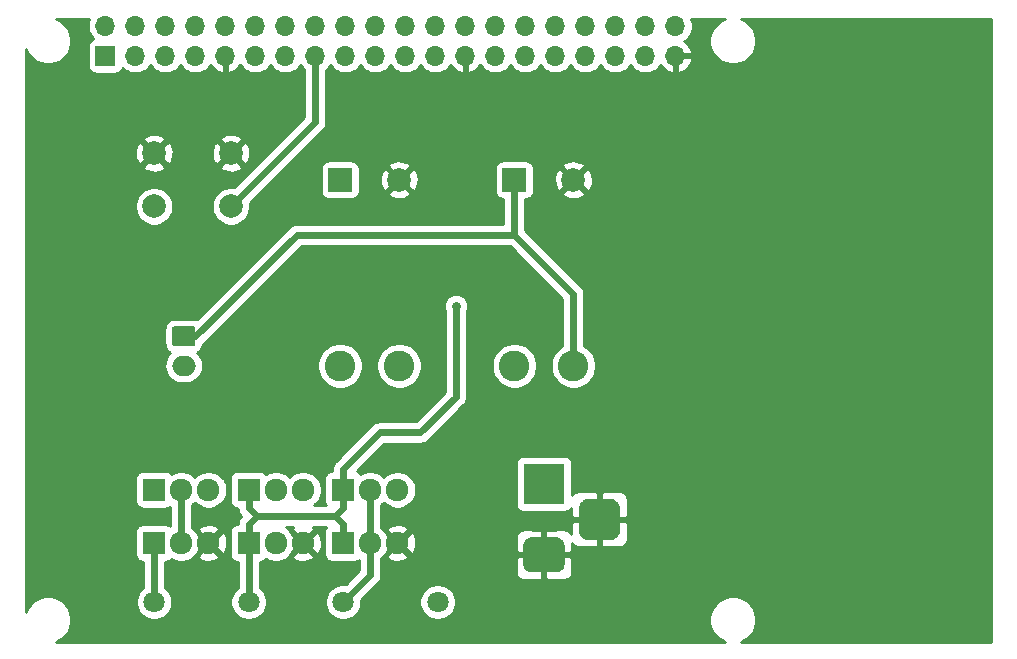
<source format=gtl>
G04 #@! TF.GenerationSoftware,KiCad,Pcbnew,(5.1.5)-3*
G04 #@! TF.CreationDate,2020-03-31T15:27:32+09:00*
G04 #@! TF.ProjectId,CAL_V_Simulation_circuit,43414c5f-565f-4536-996d-756c6174696f,rev?*
G04 #@! TF.SameCoordinates,Original*
G04 #@! TF.FileFunction,Copper,L1,Top*
G04 #@! TF.FilePolarity,Positive*
%FSLAX46Y46*%
G04 Gerber Fmt 4.6, Leading zero omitted, Abs format (unit mm)*
G04 Created by KiCad (PCBNEW (5.1.5)-3) date 2020-03-31 15:27:32*
%MOMM*%
%LPD*%
G04 APERTURE LIST*
%ADD10C,2.600000*%
%ADD11C,2.000000*%
%ADD12R,2.000000X2.000000*%
%ADD13C,0.100000*%
%ADD14O,2.000000X1.700000*%
%ADD15R,3.500000X3.500000*%
%ADD16R,1.920000X1.920000*%
%ADD17C,1.920000*%
%ADD18C,1.800000*%
%ADD19R,1.700000X1.700000*%
%ADD20O,1.700000X1.700000*%
%ADD21C,0.600000*%
%ADD22C,0.600000*%
%ADD23C,0.800000*%
%ADD24C,0.254000*%
G04 APERTURE END LIST*
D10*
X98000000Y-125000000D03*
X93000000Y-125000000D03*
D11*
X83250000Y-109250000D03*
D12*
X78250000Y-109250000D03*
X93000000Y-109250000D03*
D11*
X98000000Y-109250000D03*
G04 #@! TA.AperFunction,ComponentPad*
D13*
G36*
X65774504Y-121651204D02*
G01*
X65798773Y-121654804D01*
X65822571Y-121660765D01*
X65845671Y-121669030D01*
X65867849Y-121679520D01*
X65888893Y-121692133D01*
X65908598Y-121706747D01*
X65926777Y-121723223D01*
X65943253Y-121741402D01*
X65957867Y-121761107D01*
X65970480Y-121782151D01*
X65980970Y-121804329D01*
X65989235Y-121827429D01*
X65995196Y-121851227D01*
X65998796Y-121875496D01*
X66000000Y-121900000D01*
X66000000Y-123100000D01*
X65998796Y-123124504D01*
X65995196Y-123148773D01*
X65989235Y-123172571D01*
X65980970Y-123195671D01*
X65970480Y-123217849D01*
X65957867Y-123238893D01*
X65943253Y-123258598D01*
X65926777Y-123276777D01*
X65908598Y-123293253D01*
X65888893Y-123307867D01*
X65867849Y-123320480D01*
X65845671Y-123330970D01*
X65822571Y-123339235D01*
X65798773Y-123345196D01*
X65774504Y-123348796D01*
X65750000Y-123350000D01*
X64250000Y-123350000D01*
X64225496Y-123348796D01*
X64201227Y-123345196D01*
X64177429Y-123339235D01*
X64154329Y-123330970D01*
X64132151Y-123320480D01*
X64111107Y-123307867D01*
X64091402Y-123293253D01*
X64073223Y-123276777D01*
X64056747Y-123258598D01*
X64042133Y-123238893D01*
X64029520Y-123217849D01*
X64019030Y-123195671D01*
X64010765Y-123172571D01*
X64004804Y-123148773D01*
X64001204Y-123124504D01*
X64000000Y-123100000D01*
X64000000Y-121900000D01*
X64001204Y-121875496D01*
X64004804Y-121851227D01*
X64010765Y-121827429D01*
X64019030Y-121804329D01*
X64029520Y-121782151D01*
X64042133Y-121761107D01*
X64056747Y-121741402D01*
X64073223Y-121723223D01*
X64091402Y-121706747D01*
X64111107Y-121692133D01*
X64132151Y-121679520D01*
X64154329Y-121669030D01*
X64177429Y-121660765D01*
X64201227Y-121654804D01*
X64225496Y-121651204D01*
X64250000Y-121650000D01*
X65750000Y-121650000D01*
X65774504Y-121651204D01*
G37*
G04 #@! TD.AperFunction*
D14*
X65000000Y-125000000D03*
D15*
X95500000Y-135000000D03*
G04 #@! TA.AperFunction,ComponentPad*
D13*
G36*
X96573513Y-139503611D02*
G01*
X96646318Y-139514411D01*
X96717714Y-139532295D01*
X96787013Y-139557090D01*
X96853548Y-139588559D01*
X96916678Y-139626398D01*
X96975795Y-139670242D01*
X97030330Y-139719670D01*
X97079758Y-139774205D01*
X97123602Y-139833322D01*
X97161441Y-139896452D01*
X97192910Y-139962987D01*
X97217705Y-140032286D01*
X97235589Y-140103682D01*
X97246389Y-140176487D01*
X97250000Y-140250000D01*
X97250000Y-141750000D01*
X97246389Y-141823513D01*
X97235589Y-141896318D01*
X97217705Y-141967714D01*
X97192910Y-142037013D01*
X97161441Y-142103548D01*
X97123602Y-142166678D01*
X97079758Y-142225795D01*
X97030330Y-142280330D01*
X96975795Y-142329758D01*
X96916678Y-142373602D01*
X96853548Y-142411441D01*
X96787013Y-142442910D01*
X96717714Y-142467705D01*
X96646318Y-142485589D01*
X96573513Y-142496389D01*
X96500000Y-142500000D01*
X94500000Y-142500000D01*
X94426487Y-142496389D01*
X94353682Y-142485589D01*
X94282286Y-142467705D01*
X94212987Y-142442910D01*
X94146452Y-142411441D01*
X94083322Y-142373602D01*
X94024205Y-142329758D01*
X93969670Y-142280330D01*
X93920242Y-142225795D01*
X93876398Y-142166678D01*
X93838559Y-142103548D01*
X93807090Y-142037013D01*
X93782295Y-141967714D01*
X93764411Y-141896318D01*
X93753611Y-141823513D01*
X93750000Y-141750000D01*
X93750000Y-140250000D01*
X93753611Y-140176487D01*
X93764411Y-140103682D01*
X93782295Y-140032286D01*
X93807090Y-139962987D01*
X93838559Y-139896452D01*
X93876398Y-139833322D01*
X93920242Y-139774205D01*
X93969670Y-139719670D01*
X94024205Y-139670242D01*
X94083322Y-139626398D01*
X94146452Y-139588559D01*
X94212987Y-139557090D01*
X94282286Y-139532295D01*
X94353682Y-139514411D01*
X94426487Y-139503611D01*
X94500000Y-139500000D01*
X96500000Y-139500000D01*
X96573513Y-139503611D01*
G37*
G04 #@! TD.AperFunction*
G04 #@! TA.AperFunction,ComponentPad*
G36*
X101160765Y-136254213D02*
G01*
X101245704Y-136266813D01*
X101328999Y-136287677D01*
X101409848Y-136316605D01*
X101487472Y-136353319D01*
X101561124Y-136397464D01*
X101630094Y-136448616D01*
X101693718Y-136506282D01*
X101751384Y-136569906D01*
X101802536Y-136638876D01*
X101846681Y-136712528D01*
X101883395Y-136790152D01*
X101912323Y-136871001D01*
X101933187Y-136954296D01*
X101945787Y-137039235D01*
X101950000Y-137125000D01*
X101950000Y-138875000D01*
X101945787Y-138960765D01*
X101933187Y-139045704D01*
X101912323Y-139128999D01*
X101883395Y-139209848D01*
X101846681Y-139287472D01*
X101802536Y-139361124D01*
X101751384Y-139430094D01*
X101693718Y-139493718D01*
X101630094Y-139551384D01*
X101561124Y-139602536D01*
X101487472Y-139646681D01*
X101409848Y-139683395D01*
X101328999Y-139712323D01*
X101245704Y-139733187D01*
X101160765Y-139745787D01*
X101075000Y-139750000D01*
X99325000Y-139750000D01*
X99239235Y-139745787D01*
X99154296Y-139733187D01*
X99071001Y-139712323D01*
X98990152Y-139683395D01*
X98912528Y-139646681D01*
X98838876Y-139602536D01*
X98769906Y-139551384D01*
X98706282Y-139493718D01*
X98648616Y-139430094D01*
X98597464Y-139361124D01*
X98553319Y-139287472D01*
X98516605Y-139209848D01*
X98487677Y-139128999D01*
X98466813Y-139045704D01*
X98454213Y-138960765D01*
X98450000Y-138875000D01*
X98450000Y-137125000D01*
X98454213Y-137039235D01*
X98466813Y-136954296D01*
X98487677Y-136871001D01*
X98516605Y-136790152D01*
X98553319Y-136712528D01*
X98597464Y-136638876D01*
X98648616Y-136569906D01*
X98706282Y-136506282D01*
X98769906Y-136448616D01*
X98838876Y-136397464D01*
X98912528Y-136353319D01*
X98990152Y-136316605D01*
X99071001Y-136287677D01*
X99154296Y-136266813D01*
X99239235Y-136254213D01*
X99325000Y-136250000D01*
X101075000Y-136250000D01*
X101160765Y-136254213D01*
G37*
G04 #@! TD.AperFunction*
D10*
X83250000Y-125000000D03*
X78250000Y-125000000D03*
D16*
X78500000Y-135500000D03*
D17*
X80800000Y-135500000D03*
X83100000Y-135500000D03*
D16*
X78500000Y-140000000D03*
D17*
X80800000Y-140000000D03*
X83100000Y-140000000D03*
X75100000Y-135500000D03*
X72800000Y-135500000D03*
D16*
X70500000Y-135500000D03*
D17*
X75100000Y-140000000D03*
X72800000Y-140000000D03*
D16*
X70500000Y-140000000D03*
X62500000Y-135500000D03*
D17*
X64800000Y-135500000D03*
X67100000Y-135500000D03*
X67100000Y-140000000D03*
X64800000Y-140000000D03*
D16*
X62500000Y-140000000D03*
D11*
X62500000Y-111500000D03*
X62500000Y-107000000D03*
X69000000Y-111500000D03*
X69000000Y-107000000D03*
D18*
X70500000Y-145000000D03*
X62500000Y-145000000D03*
X78500000Y-145000000D03*
X86500000Y-145000000D03*
D19*
X58370000Y-98770000D03*
D20*
X58370000Y-96230000D03*
X60910000Y-98770000D03*
X60910000Y-96230000D03*
X63450000Y-98770000D03*
X63450000Y-96230000D03*
X65990000Y-98770000D03*
X65990000Y-96230000D03*
X68530000Y-98770000D03*
X68530000Y-96230000D03*
X71070000Y-98770000D03*
X71070000Y-96230000D03*
X73610000Y-98770000D03*
X73610000Y-96230000D03*
X76150000Y-98770000D03*
X76150000Y-96230000D03*
X78690000Y-98770000D03*
X78690000Y-96230000D03*
X81230000Y-98770000D03*
X81230000Y-96230000D03*
X83770000Y-98770000D03*
X83770000Y-96230000D03*
X86310000Y-98770000D03*
X86310000Y-96230000D03*
X88850000Y-98770000D03*
X88850000Y-96230000D03*
X91390000Y-98770000D03*
X91390000Y-96230000D03*
X93930000Y-98770000D03*
X93930000Y-96230000D03*
X96470000Y-98770000D03*
X96470000Y-96230000D03*
X99010000Y-98770000D03*
X99010000Y-96230000D03*
X101550000Y-98770000D03*
X101550000Y-96230000D03*
X104090000Y-98770000D03*
X104090000Y-96230000D03*
X106630000Y-98770000D03*
X106630000Y-96230000D03*
D21*
X88050000Y-119950000D03*
D22*
X98000000Y-125000000D02*
X98000000Y-118950000D01*
X93000000Y-113950000D02*
X93000000Y-109250000D01*
X66000000Y-122500000D02*
X74600000Y-113900000D01*
X74600000Y-113900000D02*
X93000000Y-113900000D01*
X65000000Y-122500000D02*
X66000000Y-122500000D01*
X98000000Y-118950000D02*
X93000000Y-113900000D01*
X80800000Y-135500000D02*
X80800000Y-140000000D01*
X80800000Y-142700000D02*
X78500000Y-145000000D01*
X80800000Y-140000000D02*
X80800000Y-142700000D01*
X64800000Y-140000000D02*
X64800000Y-135500000D01*
X70500000Y-137060000D02*
X71190000Y-137750000D01*
X70500000Y-135500000D02*
X70500000Y-137060000D01*
X78500000Y-137060000D02*
X78500000Y-135500000D01*
X77810000Y-137750000D02*
X78500000Y-137060000D01*
X71190000Y-137750000D02*
X77810000Y-137750000D01*
X70500000Y-138440000D02*
X70500000Y-140000000D01*
X71190000Y-137750000D02*
X70500000Y-138440000D01*
X78500000Y-138440000D02*
X78500000Y-140000000D01*
X77810000Y-137750000D02*
X78500000Y-138440000D01*
X70500000Y-140000000D02*
X70500000Y-145000000D01*
X78500000Y-133740000D02*
X81590000Y-130650000D01*
X78500000Y-135500000D02*
X78500000Y-133740000D01*
X81590000Y-130650000D02*
X85050000Y-130650000D01*
X85050000Y-130650000D02*
X88050000Y-127650000D01*
X88050000Y-127650000D02*
X88050000Y-119950000D01*
D23*
X88050000Y-119950000D02*
X88050000Y-119950000D01*
D22*
X62500000Y-140000000D02*
X62500000Y-145000000D01*
X76150000Y-104350000D02*
X76150000Y-98770000D01*
X69000000Y-111500000D02*
X76150000Y-104350000D01*
D24*
G36*
X56942068Y-95796842D02*
G01*
X56885000Y-96083740D01*
X56885000Y-96376260D01*
X56942068Y-96663158D01*
X57054010Y-96933411D01*
X57216525Y-97176632D01*
X57348380Y-97308487D01*
X57275820Y-97330498D01*
X57165506Y-97389463D01*
X57068815Y-97468815D01*
X56989463Y-97565506D01*
X56930498Y-97675820D01*
X56894188Y-97795518D01*
X56881928Y-97920000D01*
X56881928Y-99620000D01*
X56894188Y-99744482D01*
X56930498Y-99864180D01*
X56989463Y-99974494D01*
X57068815Y-100071185D01*
X57165506Y-100150537D01*
X57275820Y-100209502D01*
X57395518Y-100245812D01*
X57520000Y-100258072D01*
X59220000Y-100258072D01*
X59344482Y-100245812D01*
X59464180Y-100209502D01*
X59574494Y-100150537D01*
X59671185Y-100071185D01*
X59750537Y-99974494D01*
X59809502Y-99864180D01*
X59831513Y-99791620D01*
X59963368Y-99923475D01*
X60206589Y-100085990D01*
X60476842Y-100197932D01*
X60763740Y-100255000D01*
X61056260Y-100255000D01*
X61343158Y-100197932D01*
X61613411Y-100085990D01*
X61856632Y-99923475D01*
X62063475Y-99716632D01*
X62180000Y-99542240D01*
X62296525Y-99716632D01*
X62503368Y-99923475D01*
X62746589Y-100085990D01*
X63016842Y-100197932D01*
X63303740Y-100255000D01*
X63596260Y-100255000D01*
X63883158Y-100197932D01*
X64153411Y-100085990D01*
X64396632Y-99923475D01*
X64603475Y-99716632D01*
X64720000Y-99542240D01*
X64836525Y-99716632D01*
X65043368Y-99923475D01*
X65286589Y-100085990D01*
X65556842Y-100197932D01*
X65843740Y-100255000D01*
X66136260Y-100255000D01*
X66423158Y-100197932D01*
X66693411Y-100085990D01*
X66936632Y-99923475D01*
X67143475Y-99716632D01*
X67265195Y-99534466D01*
X67334822Y-99651355D01*
X67529731Y-99867588D01*
X67763080Y-100041641D01*
X68025901Y-100166825D01*
X68173110Y-100211476D01*
X68403000Y-100090155D01*
X68403000Y-98897000D01*
X68383000Y-98897000D01*
X68383000Y-98643000D01*
X68403000Y-98643000D01*
X68403000Y-98623000D01*
X68657000Y-98623000D01*
X68657000Y-98643000D01*
X68677000Y-98643000D01*
X68677000Y-98897000D01*
X68657000Y-98897000D01*
X68657000Y-100090155D01*
X68886890Y-100211476D01*
X69034099Y-100166825D01*
X69296920Y-100041641D01*
X69530269Y-99867588D01*
X69725178Y-99651355D01*
X69794805Y-99534466D01*
X69916525Y-99716632D01*
X70123368Y-99923475D01*
X70366589Y-100085990D01*
X70636842Y-100197932D01*
X70923740Y-100255000D01*
X71216260Y-100255000D01*
X71503158Y-100197932D01*
X71773411Y-100085990D01*
X72016632Y-99923475D01*
X72223475Y-99716632D01*
X72340000Y-99542240D01*
X72456525Y-99716632D01*
X72663368Y-99923475D01*
X72906589Y-100085990D01*
X73176842Y-100197932D01*
X73463740Y-100255000D01*
X73756260Y-100255000D01*
X74043158Y-100197932D01*
X74313411Y-100085990D01*
X74556632Y-99923475D01*
X74763475Y-99716632D01*
X74880000Y-99542240D01*
X74996525Y-99716632D01*
X75203368Y-99923475D01*
X75215001Y-99931248D01*
X75215000Y-103962711D01*
X69287546Y-109890165D01*
X69161033Y-109865000D01*
X68838967Y-109865000D01*
X68523088Y-109927832D01*
X68225537Y-110051082D01*
X67957748Y-110230013D01*
X67730013Y-110457748D01*
X67551082Y-110725537D01*
X67427832Y-111023088D01*
X67365000Y-111338967D01*
X67365000Y-111661033D01*
X67427832Y-111976912D01*
X67551082Y-112274463D01*
X67730013Y-112542252D01*
X67957748Y-112769987D01*
X68225537Y-112948918D01*
X68523088Y-113072168D01*
X68838967Y-113135000D01*
X69161033Y-113135000D01*
X69476912Y-113072168D01*
X69774463Y-112948918D01*
X70042252Y-112769987D01*
X70269987Y-112542252D01*
X70448918Y-112274463D01*
X70572168Y-111976912D01*
X70635000Y-111661033D01*
X70635000Y-111338967D01*
X70609835Y-111212454D01*
X73572289Y-108250000D01*
X76611928Y-108250000D01*
X76611928Y-110250000D01*
X76624188Y-110374482D01*
X76660498Y-110494180D01*
X76719463Y-110604494D01*
X76798815Y-110701185D01*
X76895506Y-110780537D01*
X77005820Y-110839502D01*
X77125518Y-110875812D01*
X77250000Y-110888072D01*
X79250000Y-110888072D01*
X79374482Y-110875812D01*
X79494180Y-110839502D01*
X79604494Y-110780537D01*
X79701185Y-110701185D01*
X79780537Y-110604494D01*
X79839502Y-110494180D01*
X79872496Y-110385413D01*
X82294192Y-110385413D01*
X82389956Y-110649814D01*
X82679571Y-110790704D01*
X82991108Y-110872384D01*
X83312595Y-110891718D01*
X83631675Y-110847961D01*
X83936088Y-110742795D01*
X84110044Y-110649814D01*
X84205808Y-110385413D01*
X83250000Y-109429605D01*
X82294192Y-110385413D01*
X79872496Y-110385413D01*
X79875812Y-110374482D01*
X79888072Y-110250000D01*
X79888072Y-109312595D01*
X81608282Y-109312595D01*
X81652039Y-109631675D01*
X81757205Y-109936088D01*
X81850186Y-110110044D01*
X82114587Y-110205808D01*
X83070395Y-109250000D01*
X83429605Y-109250000D01*
X84385413Y-110205808D01*
X84649814Y-110110044D01*
X84790704Y-109820429D01*
X84872384Y-109508892D01*
X84891718Y-109187405D01*
X84847961Y-108868325D01*
X84742795Y-108563912D01*
X84649814Y-108389956D01*
X84385413Y-108294192D01*
X83429605Y-109250000D01*
X83070395Y-109250000D01*
X82114587Y-108294192D01*
X81850186Y-108389956D01*
X81709296Y-108679571D01*
X81627616Y-108991108D01*
X81608282Y-109312595D01*
X79888072Y-109312595D01*
X79888072Y-108250000D01*
X79875812Y-108125518D01*
X79872497Y-108114587D01*
X82294192Y-108114587D01*
X83250000Y-109070395D01*
X84205808Y-108114587D01*
X84110044Y-107850186D01*
X83820429Y-107709296D01*
X83508892Y-107627616D01*
X83187405Y-107608282D01*
X82868325Y-107652039D01*
X82563912Y-107757205D01*
X82389956Y-107850186D01*
X82294192Y-108114587D01*
X79872497Y-108114587D01*
X79839502Y-108005820D01*
X79780537Y-107895506D01*
X79701185Y-107798815D01*
X79604494Y-107719463D01*
X79494180Y-107660498D01*
X79374482Y-107624188D01*
X79250000Y-107611928D01*
X77250000Y-107611928D01*
X77125518Y-107624188D01*
X77005820Y-107660498D01*
X76895506Y-107719463D01*
X76798815Y-107798815D01*
X76719463Y-107895506D01*
X76660498Y-108005820D01*
X76624188Y-108125518D01*
X76611928Y-108250000D01*
X73572289Y-108250000D01*
X76778660Y-105043629D01*
X76814344Y-105014344D01*
X76931186Y-104871972D01*
X77018007Y-104709540D01*
X77071471Y-104533292D01*
X77085000Y-104395932D01*
X77085000Y-104395931D01*
X77089524Y-104350000D01*
X77085000Y-104304068D01*
X77085000Y-99931247D01*
X77096632Y-99923475D01*
X77303475Y-99716632D01*
X77420000Y-99542240D01*
X77536525Y-99716632D01*
X77743368Y-99923475D01*
X77986589Y-100085990D01*
X78256842Y-100197932D01*
X78543740Y-100255000D01*
X78836260Y-100255000D01*
X79123158Y-100197932D01*
X79393411Y-100085990D01*
X79636632Y-99923475D01*
X79843475Y-99716632D01*
X79960000Y-99542240D01*
X80076525Y-99716632D01*
X80283368Y-99923475D01*
X80526589Y-100085990D01*
X80796842Y-100197932D01*
X81083740Y-100255000D01*
X81376260Y-100255000D01*
X81663158Y-100197932D01*
X81933411Y-100085990D01*
X82176632Y-99923475D01*
X82383475Y-99716632D01*
X82500000Y-99542240D01*
X82616525Y-99716632D01*
X82823368Y-99923475D01*
X83066589Y-100085990D01*
X83336842Y-100197932D01*
X83623740Y-100255000D01*
X83916260Y-100255000D01*
X84203158Y-100197932D01*
X84473411Y-100085990D01*
X84716632Y-99923475D01*
X84923475Y-99716632D01*
X85040000Y-99542240D01*
X85156525Y-99716632D01*
X85363368Y-99923475D01*
X85606589Y-100085990D01*
X85876842Y-100197932D01*
X86163740Y-100255000D01*
X86456260Y-100255000D01*
X86743158Y-100197932D01*
X87013411Y-100085990D01*
X87256632Y-99923475D01*
X87463475Y-99716632D01*
X87585195Y-99534466D01*
X87654822Y-99651355D01*
X87849731Y-99867588D01*
X88083080Y-100041641D01*
X88345901Y-100166825D01*
X88493110Y-100211476D01*
X88723000Y-100090155D01*
X88723000Y-98897000D01*
X88703000Y-98897000D01*
X88703000Y-98643000D01*
X88723000Y-98643000D01*
X88723000Y-98623000D01*
X88977000Y-98623000D01*
X88977000Y-98643000D01*
X88997000Y-98643000D01*
X88997000Y-98897000D01*
X88977000Y-98897000D01*
X88977000Y-100090155D01*
X89206890Y-100211476D01*
X89354099Y-100166825D01*
X89616920Y-100041641D01*
X89850269Y-99867588D01*
X90045178Y-99651355D01*
X90114805Y-99534466D01*
X90236525Y-99716632D01*
X90443368Y-99923475D01*
X90686589Y-100085990D01*
X90956842Y-100197932D01*
X91243740Y-100255000D01*
X91536260Y-100255000D01*
X91823158Y-100197932D01*
X92093411Y-100085990D01*
X92336632Y-99923475D01*
X92543475Y-99716632D01*
X92660000Y-99542240D01*
X92776525Y-99716632D01*
X92983368Y-99923475D01*
X93226589Y-100085990D01*
X93496842Y-100197932D01*
X93783740Y-100255000D01*
X94076260Y-100255000D01*
X94363158Y-100197932D01*
X94633411Y-100085990D01*
X94876632Y-99923475D01*
X95083475Y-99716632D01*
X95200000Y-99542240D01*
X95316525Y-99716632D01*
X95523368Y-99923475D01*
X95766589Y-100085990D01*
X96036842Y-100197932D01*
X96323740Y-100255000D01*
X96616260Y-100255000D01*
X96903158Y-100197932D01*
X97173411Y-100085990D01*
X97416632Y-99923475D01*
X97623475Y-99716632D01*
X97740000Y-99542240D01*
X97856525Y-99716632D01*
X98063368Y-99923475D01*
X98306589Y-100085990D01*
X98576842Y-100197932D01*
X98863740Y-100255000D01*
X99156260Y-100255000D01*
X99443158Y-100197932D01*
X99713411Y-100085990D01*
X99956632Y-99923475D01*
X100163475Y-99716632D01*
X100280000Y-99542240D01*
X100396525Y-99716632D01*
X100603368Y-99923475D01*
X100846589Y-100085990D01*
X101116842Y-100197932D01*
X101403740Y-100255000D01*
X101696260Y-100255000D01*
X101983158Y-100197932D01*
X102253411Y-100085990D01*
X102496632Y-99923475D01*
X102703475Y-99716632D01*
X102820000Y-99542240D01*
X102936525Y-99716632D01*
X103143368Y-99923475D01*
X103386589Y-100085990D01*
X103656842Y-100197932D01*
X103943740Y-100255000D01*
X104236260Y-100255000D01*
X104523158Y-100197932D01*
X104793411Y-100085990D01*
X105036632Y-99923475D01*
X105243475Y-99716632D01*
X105365195Y-99534466D01*
X105434822Y-99651355D01*
X105629731Y-99867588D01*
X105863080Y-100041641D01*
X106125901Y-100166825D01*
X106273110Y-100211476D01*
X106503000Y-100090155D01*
X106503000Y-98897000D01*
X106757000Y-98897000D01*
X106757000Y-100090155D01*
X106986890Y-100211476D01*
X107134099Y-100166825D01*
X107396920Y-100041641D01*
X107630269Y-99867588D01*
X107825178Y-99651355D01*
X107974157Y-99401252D01*
X108071481Y-99126891D01*
X107950814Y-98897000D01*
X106757000Y-98897000D01*
X106503000Y-98897000D01*
X106483000Y-98897000D01*
X106483000Y-98643000D01*
X106503000Y-98643000D01*
X106503000Y-98623000D01*
X106757000Y-98623000D01*
X106757000Y-98643000D01*
X107950814Y-98643000D01*
X108071481Y-98413109D01*
X107974157Y-98138748D01*
X107825178Y-97888645D01*
X107630269Y-97672412D01*
X107400594Y-97501100D01*
X107576632Y-97383475D01*
X107783475Y-97176632D01*
X107945990Y-96933411D01*
X108057932Y-96663158D01*
X108115000Y-96376260D01*
X108115000Y-96083740D01*
X108057932Y-95796842D01*
X107987581Y-95627000D01*
X110834766Y-95627000D01*
X110559750Y-95740915D01*
X110234636Y-95958149D01*
X109958149Y-96234636D01*
X109740915Y-96559750D01*
X109591282Y-96920997D01*
X109515000Y-97304495D01*
X109515000Y-97695505D01*
X109591282Y-98079003D01*
X109740915Y-98440250D01*
X109958149Y-98765364D01*
X110234636Y-99041851D01*
X110559750Y-99259085D01*
X110920997Y-99408718D01*
X111304495Y-99485000D01*
X111695505Y-99485000D01*
X112079003Y-99408718D01*
X112440250Y-99259085D01*
X112765364Y-99041851D01*
X113041851Y-98765364D01*
X113259085Y-98440250D01*
X113408718Y-98079003D01*
X113485000Y-97695505D01*
X113485000Y-97304495D01*
X113408718Y-96920997D01*
X113259085Y-96559750D01*
X113041851Y-96234636D01*
X112765364Y-95958149D01*
X112440250Y-95740915D01*
X112165234Y-95627000D01*
X133373000Y-95627000D01*
X133373000Y-148373000D01*
X112165234Y-148373000D01*
X112440250Y-148259085D01*
X112765364Y-148041851D01*
X113041851Y-147765364D01*
X113259085Y-147440250D01*
X113408718Y-147079003D01*
X113485000Y-146695505D01*
X113485000Y-146304495D01*
X113408718Y-145920997D01*
X113259085Y-145559750D01*
X113041851Y-145234636D01*
X112765364Y-144958149D01*
X112440250Y-144740915D01*
X112079003Y-144591282D01*
X111695505Y-144515000D01*
X111304495Y-144515000D01*
X110920997Y-144591282D01*
X110559750Y-144740915D01*
X110234636Y-144958149D01*
X109958149Y-145234636D01*
X109740915Y-145559750D01*
X109591282Y-145920997D01*
X109515000Y-146304495D01*
X109515000Y-146695505D01*
X109591282Y-147079003D01*
X109740915Y-147440250D01*
X109958149Y-147765364D01*
X110234636Y-148041851D01*
X110559750Y-148259085D01*
X110834766Y-148373000D01*
X54165234Y-148373000D01*
X54440250Y-148259085D01*
X54765364Y-148041851D01*
X55041851Y-147765364D01*
X55259085Y-147440250D01*
X55408718Y-147079003D01*
X55485000Y-146695505D01*
X55485000Y-146304495D01*
X55408718Y-145920997D01*
X55259085Y-145559750D01*
X55041851Y-145234636D01*
X54765364Y-144958149D01*
X54440250Y-144740915D01*
X54079003Y-144591282D01*
X53695505Y-144515000D01*
X53304495Y-144515000D01*
X52920997Y-144591282D01*
X52559750Y-144740915D01*
X52234636Y-144958149D01*
X51958149Y-145234636D01*
X51740915Y-145559750D01*
X51627000Y-145834766D01*
X51627000Y-134540000D01*
X60901928Y-134540000D01*
X60901928Y-136460000D01*
X60914188Y-136584482D01*
X60950498Y-136704180D01*
X61009463Y-136814494D01*
X61088815Y-136911185D01*
X61185506Y-136990537D01*
X61295820Y-137049502D01*
X61415518Y-137085812D01*
X61540000Y-137098072D01*
X63460000Y-137098072D01*
X63584482Y-137085812D01*
X63704180Y-137049502D01*
X63814494Y-136990537D01*
X63865001Y-136949087D01*
X63865000Y-138550912D01*
X63814494Y-138509463D01*
X63704180Y-138450498D01*
X63584482Y-138414188D01*
X63460000Y-138401928D01*
X61540000Y-138401928D01*
X61415518Y-138414188D01*
X61295820Y-138450498D01*
X61185506Y-138509463D01*
X61088815Y-138588815D01*
X61009463Y-138685506D01*
X60950498Y-138795820D01*
X60914188Y-138915518D01*
X60901928Y-139040000D01*
X60901928Y-140960000D01*
X60914188Y-141084482D01*
X60950498Y-141204180D01*
X61009463Y-141314494D01*
X61088815Y-141411185D01*
X61185506Y-141490537D01*
X61295820Y-141549502D01*
X61415518Y-141585812D01*
X61540000Y-141598072D01*
X61565000Y-141598072D01*
X61565001Y-143778618D01*
X61521495Y-143807688D01*
X61307688Y-144021495D01*
X61139701Y-144272905D01*
X61023989Y-144552257D01*
X60965000Y-144848816D01*
X60965000Y-145151184D01*
X61023989Y-145447743D01*
X61139701Y-145727095D01*
X61307688Y-145978505D01*
X61521495Y-146192312D01*
X61772905Y-146360299D01*
X62052257Y-146476011D01*
X62348816Y-146535000D01*
X62651184Y-146535000D01*
X62947743Y-146476011D01*
X63227095Y-146360299D01*
X63478505Y-146192312D01*
X63692312Y-145978505D01*
X63860299Y-145727095D01*
X63976011Y-145447743D01*
X64035000Y-145151184D01*
X64035000Y-144848816D01*
X63976011Y-144552257D01*
X63860299Y-144272905D01*
X63692312Y-144021495D01*
X63478505Y-143807688D01*
X63435000Y-143778619D01*
X63435000Y-141598072D01*
X63460000Y-141598072D01*
X63584482Y-141585812D01*
X63704180Y-141549502D01*
X63814494Y-141490537D01*
X63911185Y-141411185D01*
X63957182Y-141355138D01*
X64044484Y-141413471D01*
X64334756Y-141533706D01*
X64642906Y-141595000D01*
X64957094Y-141595000D01*
X65265244Y-141533706D01*
X65555516Y-141413471D01*
X65816754Y-141238918D01*
X65948787Y-141106885D01*
X66172720Y-141106885D01*
X66263653Y-141367197D01*
X66546451Y-141504090D01*
X66850521Y-141583182D01*
X67164178Y-141601432D01*
X67475368Y-141558140D01*
X67772134Y-141454970D01*
X67936347Y-141367197D01*
X68027280Y-141106885D01*
X67100000Y-140179605D01*
X66172720Y-141106885D01*
X65948787Y-141106885D01*
X66038918Y-141016754D01*
X66213471Y-140755516D01*
X66247831Y-140672564D01*
X66920395Y-140000000D01*
X67279605Y-140000000D01*
X68206885Y-140927280D01*
X68467197Y-140836347D01*
X68604090Y-140553549D01*
X68683182Y-140249479D01*
X68701432Y-139935822D01*
X68658140Y-139624632D01*
X68554970Y-139327866D01*
X68467197Y-139163653D01*
X68206885Y-139072720D01*
X67279605Y-140000000D01*
X66920395Y-140000000D01*
X66247831Y-139327436D01*
X66213471Y-139244484D01*
X66038918Y-138983246D01*
X65948787Y-138893115D01*
X66172720Y-138893115D01*
X67100000Y-139820395D01*
X68027280Y-138893115D01*
X67936347Y-138632803D01*
X67653549Y-138495910D01*
X67349479Y-138416818D01*
X67035822Y-138398568D01*
X66724632Y-138441860D01*
X66427866Y-138545030D01*
X66263653Y-138632803D01*
X66172720Y-138893115D01*
X65948787Y-138893115D01*
X65816754Y-138761082D01*
X65735000Y-138706456D01*
X65735000Y-136793544D01*
X65816754Y-136738918D01*
X65950000Y-136605672D01*
X66083246Y-136738918D01*
X66344484Y-136913471D01*
X66634756Y-137033706D01*
X66942906Y-137095000D01*
X67257094Y-137095000D01*
X67565244Y-137033706D01*
X67855516Y-136913471D01*
X68116754Y-136738918D01*
X68338918Y-136516754D01*
X68513471Y-136255516D01*
X68633706Y-135965244D01*
X68695000Y-135657094D01*
X68695000Y-135342906D01*
X68633706Y-135034756D01*
X68513471Y-134744484D01*
X68376840Y-134540000D01*
X68901928Y-134540000D01*
X68901928Y-136460000D01*
X68914188Y-136584482D01*
X68950498Y-136704180D01*
X69009463Y-136814494D01*
X69088815Y-136911185D01*
X69185506Y-136990537D01*
X69295820Y-137049502D01*
X69415518Y-137085812D01*
X69540000Y-137098072D01*
X69564226Y-137098072D01*
X69578529Y-137243291D01*
X69578530Y-137243293D01*
X69631994Y-137419540D01*
X69718815Y-137581972D01*
X69835657Y-137724344D01*
X69866918Y-137750000D01*
X69835656Y-137775656D01*
X69718814Y-137918029D01*
X69631993Y-138080461D01*
X69623172Y-138109541D01*
X69578529Y-138256709D01*
X69564226Y-138401928D01*
X69540000Y-138401928D01*
X69415518Y-138414188D01*
X69295820Y-138450498D01*
X69185506Y-138509463D01*
X69088815Y-138588815D01*
X69009463Y-138685506D01*
X68950498Y-138795820D01*
X68914188Y-138915518D01*
X68901928Y-139040000D01*
X68901928Y-140960000D01*
X68914188Y-141084482D01*
X68950498Y-141204180D01*
X69009463Y-141314494D01*
X69088815Y-141411185D01*
X69185506Y-141490537D01*
X69295820Y-141549502D01*
X69415518Y-141585812D01*
X69540000Y-141598072D01*
X69565000Y-141598072D01*
X69565001Y-143778618D01*
X69521495Y-143807688D01*
X69307688Y-144021495D01*
X69139701Y-144272905D01*
X69023989Y-144552257D01*
X68965000Y-144848816D01*
X68965000Y-145151184D01*
X69023989Y-145447743D01*
X69139701Y-145727095D01*
X69307688Y-145978505D01*
X69521495Y-146192312D01*
X69772905Y-146360299D01*
X70052257Y-146476011D01*
X70348816Y-146535000D01*
X70651184Y-146535000D01*
X70947743Y-146476011D01*
X71227095Y-146360299D01*
X71478505Y-146192312D01*
X71692312Y-145978505D01*
X71860299Y-145727095D01*
X71976011Y-145447743D01*
X72035000Y-145151184D01*
X72035000Y-144848816D01*
X71976011Y-144552257D01*
X71860299Y-144272905D01*
X71692312Y-144021495D01*
X71478505Y-143807688D01*
X71435000Y-143778619D01*
X71435000Y-141598072D01*
X71460000Y-141598072D01*
X71584482Y-141585812D01*
X71704180Y-141549502D01*
X71814494Y-141490537D01*
X71911185Y-141411185D01*
X71957182Y-141355138D01*
X72044484Y-141413471D01*
X72334756Y-141533706D01*
X72642906Y-141595000D01*
X72957094Y-141595000D01*
X73265244Y-141533706D01*
X73555516Y-141413471D01*
X73816754Y-141238918D01*
X73948787Y-141106885D01*
X74172720Y-141106885D01*
X74263653Y-141367197D01*
X74546451Y-141504090D01*
X74850521Y-141583182D01*
X75164178Y-141601432D01*
X75475368Y-141558140D01*
X75772134Y-141454970D01*
X75936347Y-141367197D01*
X76027280Y-141106885D01*
X75100000Y-140179605D01*
X74172720Y-141106885D01*
X73948787Y-141106885D01*
X74038918Y-141016754D01*
X74213471Y-140755516D01*
X74247831Y-140672564D01*
X74920395Y-140000000D01*
X75279605Y-140000000D01*
X76206885Y-140927280D01*
X76467197Y-140836347D01*
X76604090Y-140553549D01*
X76683182Y-140249479D01*
X76701432Y-139935822D01*
X76658140Y-139624632D01*
X76554970Y-139327866D01*
X76467197Y-139163653D01*
X76206885Y-139072720D01*
X75279605Y-140000000D01*
X74920395Y-140000000D01*
X74247831Y-139327436D01*
X74213471Y-139244484D01*
X74038918Y-138983246D01*
X73816754Y-138761082D01*
X73702889Y-138685000D01*
X74245419Y-138685000D01*
X74172720Y-138893115D01*
X75100000Y-139820395D01*
X76027280Y-138893115D01*
X75954581Y-138685000D01*
X77009878Y-138685000D01*
X77009463Y-138685506D01*
X76950498Y-138795820D01*
X76914188Y-138915518D01*
X76901928Y-139040000D01*
X76901928Y-140960000D01*
X76914188Y-141084482D01*
X76950498Y-141204180D01*
X77009463Y-141314494D01*
X77088815Y-141411185D01*
X77185506Y-141490537D01*
X77295820Y-141549502D01*
X77415518Y-141585812D01*
X77540000Y-141598072D01*
X79460000Y-141598072D01*
X79584482Y-141585812D01*
X79704180Y-141549502D01*
X79814494Y-141490537D01*
X79865001Y-141449087D01*
X79865001Y-142312709D01*
X78702503Y-143475208D01*
X78651184Y-143465000D01*
X78348816Y-143465000D01*
X78052257Y-143523989D01*
X77772905Y-143639701D01*
X77521495Y-143807688D01*
X77307688Y-144021495D01*
X77139701Y-144272905D01*
X77023989Y-144552257D01*
X76965000Y-144848816D01*
X76965000Y-145151184D01*
X77023989Y-145447743D01*
X77139701Y-145727095D01*
X77307688Y-145978505D01*
X77521495Y-146192312D01*
X77772905Y-146360299D01*
X78052257Y-146476011D01*
X78348816Y-146535000D01*
X78651184Y-146535000D01*
X78947743Y-146476011D01*
X79227095Y-146360299D01*
X79478505Y-146192312D01*
X79692312Y-145978505D01*
X79860299Y-145727095D01*
X79976011Y-145447743D01*
X80035000Y-145151184D01*
X80035000Y-144848816D01*
X84965000Y-144848816D01*
X84965000Y-145151184D01*
X85023989Y-145447743D01*
X85139701Y-145727095D01*
X85307688Y-145978505D01*
X85521495Y-146192312D01*
X85772905Y-146360299D01*
X86052257Y-146476011D01*
X86348816Y-146535000D01*
X86651184Y-146535000D01*
X86947743Y-146476011D01*
X87227095Y-146360299D01*
X87478505Y-146192312D01*
X87692312Y-145978505D01*
X87860299Y-145727095D01*
X87976011Y-145447743D01*
X88035000Y-145151184D01*
X88035000Y-144848816D01*
X87976011Y-144552257D01*
X87860299Y-144272905D01*
X87692312Y-144021495D01*
X87478505Y-143807688D01*
X87227095Y-143639701D01*
X86947743Y-143523989D01*
X86651184Y-143465000D01*
X86348816Y-143465000D01*
X86052257Y-143523989D01*
X85772905Y-143639701D01*
X85521495Y-143807688D01*
X85307688Y-144021495D01*
X85139701Y-144272905D01*
X85023989Y-144552257D01*
X84965000Y-144848816D01*
X80035000Y-144848816D01*
X80024792Y-144797497D01*
X81428664Y-143393626D01*
X81464344Y-143364344D01*
X81581186Y-143221972D01*
X81668007Y-143059540D01*
X81721471Y-142883292D01*
X81739524Y-142700001D01*
X81735000Y-142654069D01*
X81735000Y-142500000D01*
X93111928Y-142500000D01*
X93124188Y-142624482D01*
X93160498Y-142744180D01*
X93219463Y-142854494D01*
X93298815Y-142951185D01*
X93395506Y-143030537D01*
X93505820Y-143089502D01*
X93625518Y-143125812D01*
X93750000Y-143138072D01*
X95214250Y-143135000D01*
X95373000Y-142976250D01*
X95373000Y-141127000D01*
X95627000Y-141127000D01*
X95627000Y-142976250D01*
X95785750Y-143135000D01*
X97250000Y-143138072D01*
X97374482Y-143125812D01*
X97494180Y-143089502D01*
X97604494Y-143030537D01*
X97701185Y-142951185D01*
X97780537Y-142854494D01*
X97839502Y-142744180D01*
X97875812Y-142624482D01*
X97888072Y-142500000D01*
X97885000Y-141285750D01*
X97726250Y-141127000D01*
X95627000Y-141127000D01*
X95373000Y-141127000D01*
X93273750Y-141127000D01*
X93115000Y-141285750D01*
X93111928Y-142500000D01*
X81735000Y-142500000D01*
X81735000Y-141293544D01*
X81816754Y-141238918D01*
X81948787Y-141106885D01*
X82172720Y-141106885D01*
X82263653Y-141367197D01*
X82546451Y-141504090D01*
X82850521Y-141583182D01*
X83164178Y-141601432D01*
X83475368Y-141558140D01*
X83772134Y-141454970D01*
X83936347Y-141367197D01*
X84027280Y-141106885D01*
X83100000Y-140179605D01*
X82172720Y-141106885D01*
X81948787Y-141106885D01*
X82038918Y-141016754D01*
X82213471Y-140755516D01*
X82247831Y-140672564D01*
X82920395Y-140000000D01*
X83279605Y-140000000D01*
X84206885Y-140927280D01*
X84467197Y-140836347D01*
X84604090Y-140553549D01*
X84683182Y-140249479D01*
X84701432Y-139935822D01*
X84658140Y-139624632D01*
X84614812Y-139500000D01*
X93111928Y-139500000D01*
X93115000Y-140714250D01*
X93273750Y-140873000D01*
X95373000Y-140873000D01*
X95373000Y-139023750D01*
X95627000Y-139023750D01*
X95627000Y-140873000D01*
X97726250Y-140873000D01*
X97885000Y-140714250D01*
X97886698Y-140043195D01*
X97919463Y-140104494D01*
X97998815Y-140201185D01*
X98095506Y-140280537D01*
X98205820Y-140339502D01*
X98325518Y-140375812D01*
X98450000Y-140388072D01*
X99914250Y-140385000D01*
X100073000Y-140226250D01*
X100073000Y-138127000D01*
X100327000Y-138127000D01*
X100327000Y-140226250D01*
X100485750Y-140385000D01*
X101950000Y-140388072D01*
X102074482Y-140375812D01*
X102194180Y-140339502D01*
X102304494Y-140280537D01*
X102401185Y-140201185D01*
X102480537Y-140104494D01*
X102539502Y-139994180D01*
X102575812Y-139874482D01*
X102588072Y-139750000D01*
X102585000Y-138285750D01*
X102426250Y-138127000D01*
X100327000Y-138127000D01*
X100073000Y-138127000D01*
X97973750Y-138127000D01*
X97815000Y-138285750D01*
X97813069Y-139206367D01*
X97780537Y-139145506D01*
X97701185Y-139048815D01*
X97604494Y-138969463D01*
X97494180Y-138910498D01*
X97374482Y-138874188D01*
X97250000Y-138861928D01*
X95785750Y-138865000D01*
X95627000Y-139023750D01*
X95373000Y-139023750D01*
X95214250Y-138865000D01*
X93750000Y-138861928D01*
X93625518Y-138874188D01*
X93505820Y-138910498D01*
X93395506Y-138969463D01*
X93298815Y-139048815D01*
X93219463Y-139145506D01*
X93160498Y-139255820D01*
X93124188Y-139375518D01*
X93111928Y-139500000D01*
X84614812Y-139500000D01*
X84554970Y-139327866D01*
X84467197Y-139163653D01*
X84206885Y-139072720D01*
X83279605Y-140000000D01*
X82920395Y-140000000D01*
X82247831Y-139327436D01*
X82213471Y-139244484D01*
X82038918Y-138983246D01*
X81948787Y-138893115D01*
X82172720Y-138893115D01*
X83100000Y-139820395D01*
X84027280Y-138893115D01*
X83936347Y-138632803D01*
X83653549Y-138495910D01*
X83349479Y-138416818D01*
X83035822Y-138398568D01*
X82724632Y-138441860D01*
X82427866Y-138545030D01*
X82263653Y-138632803D01*
X82172720Y-138893115D01*
X81948787Y-138893115D01*
X81816754Y-138761082D01*
X81735000Y-138706456D01*
X81735000Y-136793544D01*
X81816754Y-136738918D01*
X81950000Y-136605672D01*
X82083246Y-136738918D01*
X82344484Y-136913471D01*
X82634756Y-137033706D01*
X82942906Y-137095000D01*
X83257094Y-137095000D01*
X83565244Y-137033706D01*
X83855516Y-136913471D01*
X84116754Y-136738918D01*
X84338918Y-136516754D01*
X84513471Y-136255516D01*
X84633706Y-135965244D01*
X84695000Y-135657094D01*
X84695000Y-135342906D01*
X84633706Y-135034756D01*
X84513471Y-134744484D01*
X84338918Y-134483246D01*
X84116754Y-134261082D01*
X83855516Y-134086529D01*
X83565244Y-133966294D01*
X83257094Y-133905000D01*
X82942906Y-133905000D01*
X82634756Y-133966294D01*
X82344484Y-134086529D01*
X82083246Y-134261082D01*
X81950000Y-134394328D01*
X81816754Y-134261082D01*
X81555516Y-134086529D01*
X81265244Y-133966294D01*
X80957094Y-133905000D01*
X80642906Y-133905000D01*
X80334756Y-133966294D01*
X80044484Y-134086529D01*
X79957182Y-134144862D01*
X79911185Y-134088815D01*
X79814494Y-134009463D01*
X79704180Y-133950498D01*
X79633294Y-133928995D01*
X80312289Y-133250000D01*
X93111928Y-133250000D01*
X93111928Y-136750000D01*
X93124188Y-136874482D01*
X93160498Y-136994180D01*
X93219463Y-137104494D01*
X93298815Y-137201185D01*
X93395506Y-137280537D01*
X93505820Y-137339502D01*
X93625518Y-137375812D01*
X93750000Y-137388072D01*
X97250000Y-137388072D01*
X97374482Y-137375812D01*
X97494180Y-137339502D01*
X97604494Y-137280537D01*
X97701185Y-137201185D01*
X97780537Y-137104494D01*
X97813591Y-137042655D01*
X97815000Y-137714250D01*
X97973750Y-137873000D01*
X100073000Y-137873000D01*
X100073000Y-135773750D01*
X100327000Y-135773750D01*
X100327000Y-137873000D01*
X102426250Y-137873000D01*
X102585000Y-137714250D01*
X102588072Y-136250000D01*
X102575812Y-136125518D01*
X102539502Y-136005820D01*
X102480537Y-135895506D01*
X102401185Y-135798815D01*
X102304494Y-135719463D01*
X102194180Y-135660498D01*
X102074482Y-135624188D01*
X101950000Y-135611928D01*
X100485750Y-135615000D01*
X100327000Y-135773750D01*
X100073000Y-135773750D01*
X99914250Y-135615000D01*
X98450000Y-135611928D01*
X98325518Y-135624188D01*
X98205820Y-135660498D01*
X98095506Y-135719463D01*
X97998815Y-135798815D01*
X97919463Y-135895506D01*
X97888072Y-135954233D01*
X97888072Y-133250000D01*
X97875812Y-133125518D01*
X97839502Y-133005820D01*
X97780537Y-132895506D01*
X97701185Y-132798815D01*
X97604494Y-132719463D01*
X97494180Y-132660498D01*
X97374482Y-132624188D01*
X97250000Y-132611928D01*
X93750000Y-132611928D01*
X93625518Y-132624188D01*
X93505820Y-132660498D01*
X93395506Y-132719463D01*
X93298815Y-132798815D01*
X93219463Y-132895506D01*
X93160498Y-133005820D01*
X93124188Y-133125518D01*
X93111928Y-133250000D01*
X80312289Y-133250000D01*
X81977289Y-131585000D01*
X85004068Y-131585000D01*
X85050000Y-131589524D01*
X85095932Y-131585000D01*
X85233292Y-131571471D01*
X85409540Y-131518007D01*
X85571972Y-131431186D01*
X85714344Y-131314344D01*
X85743630Y-131278659D01*
X88678660Y-128343629D01*
X88714344Y-128314344D01*
X88831186Y-128171972D01*
X88887765Y-128066120D01*
X88918007Y-128009541D01*
X88971472Y-127833292D01*
X88989524Y-127650000D01*
X88985000Y-127604065D01*
X88985000Y-124809419D01*
X91065000Y-124809419D01*
X91065000Y-125190581D01*
X91139361Y-125564419D01*
X91285225Y-125916566D01*
X91496987Y-126233491D01*
X91766509Y-126503013D01*
X92083434Y-126714775D01*
X92435581Y-126860639D01*
X92809419Y-126935000D01*
X93190581Y-126935000D01*
X93564419Y-126860639D01*
X93916566Y-126714775D01*
X94233491Y-126503013D01*
X94503013Y-126233491D01*
X94714775Y-125916566D01*
X94860639Y-125564419D01*
X94935000Y-125190581D01*
X94935000Y-124809419D01*
X94860639Y-124435581D01*
X94714775Y-124083434D01*
X94503013Y-123766509D01*
X94233491Y-123496987D01*
X93916566Y-123285225D01*
X93564419Y-123139361D01*
X93190581Y-123065000D01*
X92809419Y-123065000D01*
X92435581Y-123139361D01*
X92083434Y-123285225D01*
X91766509Y-123496987D01*
X91496987Y-123766509D01*
X91285225Y-124083434D01*
X91139361Y-124435581D01*
X91065000Y-124809419D01*
X88985000Y-124809419D01*
X88985000Y-120396338D01*
X89010841Y-120347993D01*
X89070024Y-120152895D01*
X89090007Y-119950000D01*
X89070024Y-119747105D01*
X89010841Y-119552007D01*
X88914734Y-119372203D01*
X88785396Y-119214604D01*
X88627797Y-119085266D01*
X88447993Y-118989159D01*
X88252895Y-118929976D01*
X88100838Y-118915000D01*
X87999162Y-118915000D01*
X87847105Y-118929976D01*
X87652007Y-118989159D01*
X87472203Y-119085266D01*
X87314604Y-119214604D01*
X87185266Y-119372203D01*
X87089159Y-119552007D01*
X87029976Y-119747105D01*
X87009993Y-119950000D01*
X87029976Y-120152895D01*
X87089159Y-120347993D01*
X87115001Y-120396340D01*
X87115000Y-127262711D01*
X84662711Y-129715000D01*
X81635932Y-129715000D01*
X81590000Y-129710476D01*
X81544068Y-129715000D01*
X81406708Y-129728529D01*
X81230460Y-129781993D01*
X81068028Y-129868814D01*
X80925656Y-129985656D01*
X80896370Y-130021341D01*
X77871336Y-133046375D01*
X77835657Y-133075656D01*
X77718815Y-133218028D01*
X77701726Y-133250000D01*
X77631994Y-133380460D01*
X77578529Y-133556709D01*
X77560476Y-133740000D01*
X77565001Y-133785942D01*
X77565001Y-133901928D01*
X77540000Y-133901928D01*
X77415518Y-133914188D01*
X77295820Y-133950498D01*
X77185506Y-134009463D01*
X77088815Y-134088815D01*
X77009463Y-134185506D01*
X76950498Y-134295820D01*
X76914188Y-134415518D01*
X76901928Y-134540000D01*
X76901928Y-136460000D01*
X76914188Y-136584482D01*
X76950498Y-136704180D01*
X77009463Y-136814494D01*
X77009878Y-136815000D01*
X76002889Y-136815000D01*
X76116754Y-136738918D01*
X76338918Y-136516754D01*
X76513471Y-136255516D01*
X76633706Y-135965244D01*
X76695000Y-135657094D01*
X76695000Y-135342906D01*
X76633706Y-135034756D01*
X76513471Y-134744484D01*
X76338918Y-134483246D01*
X76116754Y-134261082D01*
X75855516Y-134086529D01*
X75565244Y-133966294D01*
X75257094Y-133905000D01*
X74942906Y-133905000D01*
X74634756Y-133966294D01*
X74344484Y-134086529D01*
X74083246Y-134261082D01*
X73950000Y-134394328D01*
X73816754Y-134261082D01*
X73555516Y-134086529D01*
X73265244Y-133966294D01*
X72957094Y-133905000D01*
X72642906Y-133905000D01*
X72334756Y-133966294D01*
X72044484Y-134086529D01*
X71957182Y-134144862D01*
X71911185Y-134088815D01*
X71814494Y-134009463D01*
X71704180Y-133950498D01*
X71584482Y-133914188D01*
X71460000Y-133901928D01*
X69540000Y-133901928D01*
X69415518Y-133914188D01*
X69295820Y-133950498D01*
X69185506Y-134009463D01*
X69088815Y-134088815D01*
X69009463Y-134185506D01*
X68950498Y-134295820D01*
X68914188Y-134415518D01*
X68901928Y-134540000D01*
X68376840Y-134540000D01*
X68338918Y-134483246D01*
X68116754Y-134261082D01*
X67855516Y-134086529D01*
X67565244Y-133966294D01*
X67257094Y-133905000D01*
X66942906Y-133905000D01*
X66634756Y-133966294D01*
X66344484Y-134086529D01*
X66083246Y-134261082D01*
X65950000Y-134394328D01*
X65816754Y-134261082D01*
X65555516Y-134086529D01*
X65265244Y-133966294D01*
X64957094Y-133905000D01*
X64642906Y-133905000D01*
X64334756Y-133966294D01*
X64044484Y-134086529D01*
X63957182Y-134144862D01*
X63911185Y-134088815D01*
X63814494Y-134009463D01*
X63704180Y-133950498D01*
X63584482Y-133914188D01*
X63460000Y-133901928D01*
X61540000Y-133901928D01*
X61415518Y-133914188D01*
X61295820Y-133950498D01*
X61185506Y-134009463D01*
X61088815Y-134088815D01*
X61009463Y-134185506D01*
X60950498Y-134295820D01*
X60914188Y-134415518D01*
X60901928Y-134540000D01*
X51627000Y-134540000D01*
X51627000Y-125000000D01*
X63357815Y-125000000D01*
X63386487Y-125291111D01*
X63471401Y-125571034D01*
X63609294Y-125829014D01*
X63794866Y-126055134D01*
X64020986Y-126240706D01*
X64278966Y-126378599D01*
X64558889Y-126463513D01*
X64777050Y-126485000D01*
X65222950Y-126485000D01*
X65441111Y-126463513D01*
X65721034Y-126378599D01*
X65979014Y-126240706D01*
X66205134Y-126055134D01*
X66390706Y-125829014D01*
X66528599Y-125571034D01*
X66613513Y-125291111D01*
X66642185Y-125000000D01*
X66623415Y-124809419D01*
X76315000Y-124809419D01*
X76315000Y-125190581D01*
X76389361Y-125564419D01*
X76535225Y-125916566D01*
X76746987Y-126233491D01*
X77016509Y-126503013D01*
X77333434Y-126714775D01*
X77685581Y-126860639D01*
X78059419Y-126935000D01*
X78440581Y-126935000D01*
X78814419Y-126860639D01*
X79166566Y-126714775D01*
X79483491Y-126503013D01*
X79753013Y-126233491D01*
X79964775Y-125916566D01*
X80110639Y-125564419D01*
X80185000Y-125190581D01*
X80185000Y-124809419D01*
X81315000Y-124809419D01*
X81315000Y-125190581D01*
X81389361Y-125564419D01*
X81535225Y-125916566D01*
X81746987Y-126233491D01*
X82016509Y-126503013D01*
X82333434Y-126714775D01*
X82685581Y-126860639D01*
X83059419Y-126935000D01*
X83440581Y-126935000D01*
X83814419Y-126860639D01*
X84166566Y-126714775D01*
X84483491Y-126503013D01*
X84753013Y-126233491D01*
X84964775Y-125916566D01*
X85110639Y-125564419D01*
X85185000Y-125190581D01*
X85185000Y-124809419D01*
X85110639Y-124435581D01*
X84964775Y-124083434D01*
X84753013Y-123766509D01*
X84483491Y-123496987D01*
X84166566Y-123285225D01*
X83814419Y-123139361D01*
X83440581Y-123065000D01*
X83059419Y-123065000D01*
X82685581Y-123139361D01*
X82333434Y-123285225D01*
X82016509Y-123496987D01*
X81746987Y-123766509D01*
X81535225Y-124083434D01*
X81389361Y-124435581D01*
X81315000Y-124809419D01*
X80185000Y-124809419D01*
X80110639Y-124435581D01*
X79964775Y-124083434D01*
X79753013Y-123766509D01*
X79483491Y-123496987D01*
X79166566Y-123285225D01*
X78814419Y-123139361D01*
X78440581Y-123065000D01*
X78059419Y-123065000D01*
X77685581Y-123139361D01*
X77333434Y-123285225D01*
X77016509Y-123496987D01*
X76746987Y-123766509D01*
X76535225Y-124083434D01*
X76389361Y-124435581D01*
X76315000Y-124809419D01*
X66623415Y-124809419D01*
X66613513Y-124708889D01*
X66528599Y-124428966D01*
X66390706Y-124170986D01*
X66205134Y-123944866D01*
X66141663Y-123892777D01*
X66243386Y-123838405D01*
X66377962Y-123727962D01*
X66488405Y-123593386D01*
X66570472Y-123439850D01*
X66621008Y-123273254D01*
X66628867Y-123193459D01*
X66664344Y-123164344D01*
X66693630Y-123128659D01*
X74987289Y-114835000D01*
X92609984Y-114835000D01*
X97065001Y-119334569D01*
X97065000Y-123297542D01*
X96766509Y-123496987D01*
X96496987Y-123766509D01*
X96285225Y-124083434D01*
X96139361Y-124435581D01*
X96065000Y-124809419D01*
X96065000Y-125190581D01*
X96139361Y-125564419D01*
X96285225Y-125916566D01*
X96496987Y-126233491D01*
X96766509Y-126503013D01*
X97083434Y-126714775D01*
X97435581Y-126860639D01*
X97809419Y-126935000D01*
X98190581Y-126935000D01*
X98564419Y-126860639D01*
X98916566Y-126714775D01*
X99233491Y-126503013D01*
X99503013Y-126233491D01*
X99714775Y-125916566D01*
X99860639Y-125564419D01*
X99935000Y-125190581D01*
X99935000Y-124809419D01*
X99860639Y-124435581D01*
X99714775Y-124083434D01*
X99503013Y-123766509D01*
X99233491Y-123496987D01*
X98935000Y-123297542D01*
X98935000Y-118998262D01*
X98939512Y-118954674D01*
X98935000Y-118906400D01*
X98935000Y-118904068D01*
X98930728Y-118860693D01*
X98922372Y-118771294D01*
X98921701Y-118769041D01*
X98921471Y-118766708D01*
X98895412Y-118680804D01*
X98869784Y-118594782D01*
X98868689Y-118592709D01*
X98868007Y-118590460D01*
X98825619Y-118511158D01*
X98783772Y-118431921D01*
X98782295Y-118430103D01*
X98781186Y-118428028D01*
X98724144Y-118358523D01*
X98696742Y-118324792D01*
X98695107Y-118323140D01*
X98664344Y-118285656D01*
X98630465Y-118257852D01*
X93935000Y-113515433D01*
X93935000Y-110888072D01*
X94000000Y-110888072D01*
X94124482Y-110875812D01*
X94244180Y-110839502D01*
X94354494Y-110780537D01*
X94451185Y-110701185D01*
X94530537Y-110604494D01*
X94589502Y-110494180D01*
X94622496Y-110385413D01*
X97044192Y-110385413D01*
X97139956Y-110649814D01*
X97429571Y-110790704D01*
X97741108Y-110872384D01*
X98062595Y-110891718D01*
X98381675Y-110847961D01*
X98686088Y-110742795D01*
X98860044Y-110649814D01*
X98955808Y-110385413D01*
X98000000Y-109429605D01*
X97044192Y-110385413D01*
X94622496Y-110385413D01*
X94625812Y-110374482D01*
X94638072Y-110250000D01*
X94638072Y-109312595D01*
X96358282Y-109312595D01*
X96402039Y-109631675D01*
X96507205Y-109936088D01*
X96600186Y-110110044D01*
X96864587Y-110205808D01*
X97820395Y-109250000D01*
X98179605Y-109250000D01*
X99135413Y-110205808D01*
X99399814Y-110110044D01*
X99540704Y-109820429D01*
X99622384Y-109508892D01*
X99641718Y-109187405D01*
X99597961Y-108868325D01*
X99492795Y-108563912D01*
X99399814Y-108389956D01*
X99135413Y-108294192D01*
X98179605Y-109250000D01*
X97820395Y-109250000D01*
X96864587Y-108294192D01*
X96600186Y-108389956D01*
X96459296Y-108679571D01*
X96377616Y-108991108D01*
X96358282Y-109312595D01*
X94638072Y-109312595D01*
X94638072Y-108250000D01*
X94625812Y-108125518D01*
X94622497Y-108114587D01*
X97044192Y-108114587D01*
X98000000Y-109070395D01*
X98955808Y-108114587D01*
X98860044Y-107850186D01*
X98570429Y-107709296D01*
X98258892Y-107627616D01*
X97937405Y-107608282D01*
X97618325Y-107652039D01*
X97313912Y-107757205D01*
X97139956Y-107850186D01*
X97044192Y-108114587D01*
X94622497Y-108114587D01*
X94589502Y-108005820D01*
X94530537Y-107895506D01*
X94451185Y-107798815D01*
X94354494Y-107719463D01*
X94244180Y-107660498D01*
X94124482Y-107624188D01*
X94000000Y-107611928D01*
X92000000Y-107611928D01*
X91875518Y-107624188D01*
X91755820Y-107660498D01*
X91645506Y-107719463D01*
X91548815Y-107798815D01*
X91469463Y-107895506D01*
X91410498Y-108005820D01*
X91374188Y-108125518D01*
X91361928Y-108250000D01*
X91361928Y-110250000D01*
X91374188Y-110374482D01*
X91410498Y-110494180D01*
X91469463Y-110604494D01*
X91548815Y-110701185D01*
X91645506Y-110780537D01*
X91755820Y-110839502D01*
X91875518Y-110875812D01*
X92000000Y-110888072D01*
X92065001Y-110888072D01*
X92065000Y-112965000D01*
X74645935Y-112965000D01*
X74600000Y-112960476D01*
X74416708Y-112978528D01*
X74240459Y-113031993D01*
X74183880Y-113062235D01*
X74078028Y-113118814D01*
X73935656Y-113235656D01*
X73906370Y-113271341D01*
X66095280Y-121082431D01*
X66089850Y-121079528D01*
X65923254Y-121028992D01*
X65750000Y-121011928D01*
X64250000Y-121011928D01*
X64076746Y-121028992D01*
X63910150Y-121079528D01*
X63756614Y-121161595D01*
X63622038Y-121272038D01*
X63511595Y-121406614D01*
X63429528Y-121560150D01*
X63378992Y-121726746D01*
X63361928Y-121900000D01*
X63361928Y-123100000D01*
X63378992Y-123273254D01*
X63429528Y-123439850D01*
X63511595Y-123593386D01*
X63622038Y-123727962D01*
X63756614Y-123838405D01*
X63858337Y-123892777D01*
X63794866Y-123944866D01*
X63609294Y-124170986D01*
X63471401Y-124428966D01*
X63386487Y-124708889D01*
X63357815Y-125000000D01*
X51627000Y-125000000D01*
X51627000Y-111338967D01*
X60865000Y-111338967D01*
X60865000Y-111661033D01*
X60927832Y-111976912D01*
X61051082Y-112274463D01*
X61230013Y-112542252D01*
X61457748Y-112769987D01*
X61725537Y-112948918D01*
X62023088Y-113072168D01*
X62338967Y-113135000D01*
X62661033Y-113135000D01*
X62976912Y-113072168D01*
X63274463Y-112948918D01*
X63542252Y-112769987D01*
X63769987Y-112542252D01*
X63948918Y-112274463D01*
X64072168Y-111976912D01*
X64135000Y-111661033D01*
X64135000Y-111338967D01*
X64072168Y-111023088D01*
X63948918Y-110725537D01*
X63769987Y-110457748D01*
X63542252Y-110230013D01*
X63274463Y-110051082D01*
X62976912Y-109927832D01*
X62661033Y-109865000D01*
X62338967Y-109865000D01*
X62023088Y-109927832D01*
X61725537Y-110051082D01*
X61457748Y-110230013D01*
X61230013Y-110457748D01*
X61051082Y-110725537D01*
X60927832Y-111023088D01*
X60865000Y-111338967D01*
X51627000Y-111338967D01*
X51627000Y-108135413D01*
X61544192Y-108135413D01*
X61639956Y-108399814D01*
X61929571Y-108540704D01*
X62241108Y-108622384D01*
X62562595Y-108641718D01*
X62881675Y-108597961D01*
X63186088Y-108492795D01*
X63360044Y-108399814D01*
X63455808Y-108135413D01*
X68044192Y-108135413D01*
X68139956Y-108399814D01*
X68429571Y-108540704D01*
X68741108Y-108622384D01*
X69062595Y-108641718D01*
X69381675Y-108597961D01*
X69686088Y-108492795D01*
X69860044Y-108399814D01*
X69955808Y-108135413D01*
X69000000Y-107179605D01*
X68044192Y-108135413D01*
X63455808Y-108135413D01*
X62500000Y-107179605D01*
X61544192Y-108135413D01*
X51627000Y-108135413D01*
X51627000Y-107062595D01*
X60858282Y-107062595D01*
X60902039Y-107381675D01*
X61007205Y-107686088D01*
X61100186Y-107860044D01*
X61364587Y-107955808D01*
X62320395Y-107000000D01*
X62679605Y-107000000D01*
X63635413Y-107955808D01*
X63899814Y-107860044D01*
X64040704Y-107570429D01*
X64122384Y-107258892D01*
X64134189Y-107062595D01*
X67358282Y-107062595D01*
X67402039Y-107381675D01*
X67507205Y-107686088D01*
X67600186Y-107860044D01*
X67864587Y-107955808D01*
X68820395Y-107000000D01*
X69179605Y-107000000D01*
X70135413Y-107955808D01*
X70399814Y-107860044D01*
X70540704Y-107570429D01*
X70622384Y-107258892D01*
X70641718Y-106937405D01*
X70597961Y-106618325D01*
X70492795Y-106313912D01*
X70399814Y-106139956D01*
X70135413Y-106044192D01*
X69179605Y-107000000D01*
X68820395Y-107000000D01*
X67864587Y-106044192D01*
X67600186Y-106139956D01*
X67459296Y-106429571D01*
X67377616Y-106741108D01*
X67358282Y-107062595D01*
X64134189Y-107062595D01*
X64141718Y-106937405D01*
X64097961Y-106618325D01*
X63992795Y-106313912D01*
X63899814Y-106139956D01*
X63635413Y-106044192D01*
X62679605Y-107000000D01*
X62320395Y-107000000D01*
X61364587Y-106044192D01*
X61100186Y-106139956D01*
X60959296Y-106429571D01*
X60877616Y-106741108D01*
X60858282Y-107062595D01*
X51627000Y-107062595D01*
X51627000Y-105864587D01*
X61544192Y-105864587D01*
X62500000Y-106820395D01*
X63455808Y-105864587D01*
X68044192Y-105864587D01*
X69000000Y-106820395D01*
X69955808Y-105864587D01*
X69860044Y-105600186D01*
X69570429Y-105459296D01*
X69258892Y-105377616D01*
X68937405Y-105358282D01*
X68618325Y-105402039D01*
X68313912Y-105507205D01*
X68139956Y-105600186D01*
X68044192Y-105864587D01*
X63455808Y-105864587D01*
X63360044Y-105600186D01*
X63070429Y-105459296D01*
X62758892Y-105377616D01*
X62437405Y-105358282D01*
X62118325Y-105402039D01*
X61813912Y-105507205D01*
X61639956Y-105600186D01*
X61544192Y-105864587D01*
X51627000Y-105864587D01*
X51627000Y-98165234D01*
X51740915Y-98440250D01*
X51958149Y-98765364D01*
X52234636Y-99041851D01*
X52559750Y-99259085D01*
X52920997Y-99408718D01*
X53304495Y-99485000D01*
X53695505Y-99485000D01*
X54079003Y-99408718D01*
X54440250Y-99259085D01*
X54765364Y-99041851D01*
X55041851Y-98765364D01*
X55259085Y-98440250D01*
X55408718Y-98079003D01*
X55485000Y-97695505D01*
X55485000Y-97304495D01*
X55408718Y-96920997D01*
X55259085Y-96559750D01*
X55041851Y-96234636D01*
X54765364Y-95958149D01*
X54440250Y-95740915D01*
X54165234Y-95627000D01*
X57012419Y-95627000D01*
X56942068Y-95796842D01*
G37*
X56942068Y-95796842D02*
X56885000Y-96083740D01*
X56885000Y-96376260D01*
X56942068Y-96663158D01*
X57054010Y-96933411D01*
X57216525Y-97176632D01*
X57348380Y-97308487D01*
X57275820Y-97330498D01*
X57165506Y-97389463D01*
X57068815Y-97468815D01*
X56989463Y-97565506D01*
X56930498Y-97675820D01*
X56894188Y-97795518D01*
X56881928Y-97920000D01*
X56881928Y-99620000D01*
X56894188Y-99744482D01*
X56930498Y-99864180D01*
X56989463Y-99974494D01*
X57068815Y-100071185D01*
X57165506Y-100150537D01*
X57275820Y-100209502D01*
X57395518Y-100245812D01*
X57520000Y-100258072D01*
X59220000Y-100258072D01*
X59344482Y-100245812D01*
X59464180Y-100209502D01*
X59574494Y-100150537D01*
X59671185Y-100071185D01*
X59750537Y-99974494D01*
X59809502Y-99864180D01*
X59831513Y-99791620D01*
X59963368Y-99923475D01*
X60206589Y-100085990D01*
X60476842Y-100197932D01*
X60763740Y-100255000D01*
X61056260Y-100255000D01*
X61343158Y-100197932D01*
X61613411Y-100085990D01*
X61856632Y-99923475D01*
X62063475Y-99716632D01*
X62180000Y-99542240D01*
X62296525Y-99716632D01*
X62503368Y-99923475D01*
X62746589Y-100085990D01*
X63016842Y-100197932D01*
X63303740Y-100255000D01*
X63596260Y-100255000D01*
X63883158Y-100197932D01*
X64153411Y-100085990D01*
X64396632Y-99923475D01*
X64603475Y-99716632D01*
X64720000Y-99542240D01*
X64836525Y-99716632D01*
X65043368Y-99923475D01*
X65286589Y-100085990D01*
X65556842Y-100197932D01*
X65843740Y-100255000D01*
X66136260Y-100255000D01*
X66423158Y-100197932D01*
X66693411Y-100085990D01*
X66936632Y-99923475D01*
X67143475Y-99716632D01*
X67265195Y-99534466D01*
X67334822Y-99651355D01*
X67529731Y-99867588D01*
X67763080Y-100041641D01*
X68025901Y-100166825D01*
X68173110Y-100211476D01*
X68403000Y-100090155D01*
X68403000Y-98897000D01*
X68383000Y-98897000D01*
X68383000Y-98643000D01*
X68403000Y-98643000D01*
X68403000Y-98623000D01*
X68657000Y-98623000D01*
X68657000Y-98643000D01*
X68677000Y-98643000D01*
X68677000Y-98897000D01*
X68657000Y-98897000D01*
X68657000Y-100090155D01*
X68886890Y-100211476D01*
X69034099Y-100166825D01*
X69296920Y-100041641D01*
X69530269Y-99867588D01*
X69725178Y-99651355D01*
X69794805Y-99534466D01*
X69916525Y-99716632D01*
X70123368Y-99923475D01*
X70366589Y-100085990D01*
X70636842Y-100197932D01*
X70923740Y-100255000D01*
X71216260Y-100255000D01*
X71503158Y-100197932D01*
X71773411Y-100085990D01*
X72016632Y-99923475D01*
X72223475Y-99716632D01*
X72340000Y-99542240D01*
X72456525Y-99716632D01*
X72663368Y-99923475D01*
X72906589Y-100085990D01*
X73176842Y-100197932D01*
X73463740Y-100255000D01*
X73756260Y-100255000D01*
X74043158Y-100197932D01*
X74313411Y-100085990D01*
X74556632Y-99923475D01*
X74763475Y-99716632D01*
X74880000Y-99542240D01*
X74996525Y-99716632D01*
X75203368Y-99923475D01*
X75215001Y-99931248D01*
X75215000Y-103962711D01*
X69287546Y-109890165D01*
X69161033Y-109865000D01*
X68838967Y-109865000D01*
X68523088Y-109927832D01*
X68225537Y-110051082D01*
X67957748Y-110230013D01*
X67730013Y-110457748D01*
X67551082Y-110725537D01*
X67427832Y-111023088D01*
X67365000Y-111338967D01*
X67365000Y-111661033D01*
X67427832Y-111976912D01*
X67551082Y-112274463D01*
X67730013Y-112542252D01*
X67957748Y-112769987D01*
X68225537Y-112948918D01*
X68523088Y-113072168D01*
X68838967Y-113135000D01*
X69161033Y-113135000D01*
X69476912Y-113072168D01*
X69774463Y-112948918D01*
X70042252Y-112769987D01*
X70269987Y-112542252D01*
X70448918Y-112274463D01*
X70572168Y-111976912D01*
X70635000Y-111661033D01*
X70635000Y-111338967D01*
X70609835Y-111212454D01*
X73572289Y-108250000D01*
X76611928Y-108250000D01*
X76611928Y-110250000D01*
X76624188Y-110374482D01*
X76660498Y-110494180D01*
X76719463Y-110604494D01*
X76798815Y-110701185D01*
X76895506Y-110780537D01*
X77005820Y-110839502D01*
X77125518Y-110875812D01*
X77250000Y-110888072D01*
X79250000Y-110888072D01*
X79374482Y-110875812D01*
X79494180Y-110839502D01*
X79604494Y-110780537D01*
X79701185Y-110701185D01*
X79780537Y-110604494D01*
X79839502Y-110494180D01*
X79872496Y-110385413D01*
X82294192Y-110385413D01*
X82389956Y-110649814D01*
X82679571Y-110790704D01*
X82991108Y-110872384D01*
X83312595Y-110891718D01*
X83631675Y-110847961D01*
X83936088Y-110742795D01*
X84110044Y-110649814D01*
X84205808Y-110385413D01*
X83250000Y-109429605D01*
X82294192Y-110385413D01*
X79872496Y-110385413D01*
X79875812Y-110374482D01*
X79888072Y-110250000D01*
X79888072Y-109312595D01*
X81608282Y-109312595D01*
X81652039Y-109631675D01*
X81757205Y-109936088D01*
X81850186Y-110110044D01*
X82114587Y-110205808D01*
X83070395Y-109250000D01*
X83429605Y-109250000D01*
X84385413Y-110205808D01*
X84649814Y-110110044D01*
X84790704Y-109820429D01*
X84872384Y-109508892D01*
X84891718Y-109187405D01*
X84847961Y-108868325D01*
X84742795Y-108563912D01*
X84649814Y-108389956D01*
X84385413Y-108294192D01*
X83429605Y-109250000D01*
X83070395Y-109250000D01*
X82114587Y-108294192D01*
X81850186Y-108389956D01*
X81709296Y-108679571D01*
X81627616Y-108991108D01*
X81608282Y-109312595D01*
X79888072Y-109312595D01*
X79888072Y-108250000D01*
X79875812Y-108125518D01*
X79872497Y-108114587D01*
X82294192Y-108114587D01*
X83250000Y-109070395D01*
X84205808Y-108114587D01*
X84110044Y-107850186D01*
X83820429Y-107709296D01*
X83508892Y-107627616D01*
X83187405Y-107608282D01*
X82868325Y-107652039D01*
X82563912Y-107757205D01*
X82389956Y-107850186D01*
X82294192Y-108114587D01*
X79872497Y-108114587D01*
X79839502Y-108005820D01*
X79780537Y-107895506D01*
X79701185Y-107798815D01*
X79604494Y-107719463D01*
X79494180Y-107660498D01*
X79374482Y-107624188D01*
X79250000Y-107611928D01*
X77250000Y-107611928D01*
X77125518Y-107624188D01*
X77005820Y-107660498D01*
X76895506Y-107719463D01*
X76798815Y-107798815D01*
X76719463Y-107895506D01*
X76660498Y-108005820D01*
X76624188Y-108125518D01*
X76611928Y-108250000D01*
X73572289Y-108250000D01*
X76778660Y-105043629D01*
X76814344Y-105014344D01*
X76931186Y-104871972D01*
X77018007Y-104709540D01*
X77071471Y-104533292D01*
X77085000Y-104395932D01*
X77085000Y-104395931D01*
X77089524Y-104350000D01*
X77085000Y-104304068D01*
X77085000Y-99931247D01*
X77096632Y-99923475D01*
X77303475Y-99716632D01*
X77420000Y-99542240D01*
X77536525Y-99716632D01*
X77743368Y-99923475D01*
X77986589Y-100085990D01*
X78256842Y-100197932D01*
X78543740Y-100255000D01*
X78836260Y-100255000D01*
X79123158Y-100197932D01*
X79393411Y-100085990D01*
X79636632Y-99923475D01*
X79843475Y-99716632D01*
X79960000Y-99542240D01*
X80076525Y-99716632D01*
X80283368Y-99923475D01*
X80526589Y-100085990D01*
X80796842Y-100197932D01*
X81083740Y-100255000D01*
X81376260Y-100255000D01*
X81663158Y-100197932D01*
X81933411Y-100085990D01*
X82176632Y-99923475D01*
X82383475Y-99716632D01*
X82500000Y-99542240D01*
X82616525Y-99716632D01*
X82823368Y-99923475D01*
X83066589Y-100085990D01*
X83336842Y-100197932D01*
X83623740Y-100255000D01*
X83916260Y-100255000D01*
X84203158Y-100197932D01*
X84473411Y-100085990D01*
X84716632Y-99923475D01*
X84923475Y-99716632D01*
X85040000Y-99542240D01*
X85156525Y-99716632D01*
X85363368Y-99923475D01*
X85606589Y-100085990D01*
X85876842Y-100197932D01*
X86163740Y-100255000D01*
X86456260Y-100255000D01*
X86743158Y-100197932D01*
X87013411Y-100085990D01*
X87256632Y-99923475D01*
X87463475Y-99716632D01*
X87585195Y-99534466D01*
X87654822Y-99651355D01*
X87849731Y-99867588D01*
X88083080Y-100041641D01*
X88345901Y-100166825D01*
X88493110Y-100211476D01*
X88723000Y-100090155D01*
X88723000Y-98897000D01*
X88703000Y-98897000D01*
X88703000Y-98643000D01*
X88723000Y-98643000D01*
X88723000Y-98623000D01*
X88977000Y-98623000D01*
X88977000Y-98643000D01*
X88997000Y-98643000D01*
X88997000Y-98897000D01*
X88977000Y-98897000D01*
X88977000Y-100090155D01*
X89206890Y-100211476D01*
X89354099Y-100166825D01*
X89616920Y-100041641D01*
X89850269Y-99867588D01*
X90045178Y-99651355D01*
X90114805Y-99534466D01*
X90236525Y-99716632D01*
X90443368Y-99923475D01*
X90686589Y-100085990D01*
X90956842Y-100197932D01*
X91243740Y-100255000D01*
X91536260Y-100255000D01*
X91823158Y-100197932D01*
X92093411Y-100085990D01*
X92336632Y-99923475D01*
X92543475Y-99716632D01*
X92660000Y-99542240D01*
X92776525Y-99716632D01*
X92983368Y-99923475D01*
X93226589Y-100085990D01*
X93496842Y-100197932D01*
X93783740Y-100255000D01*
X94076260Y-100255000D01*
X94363158Y-100197932D01*
X94633411Y-100085990D01*
X94876632Y-99923475D01*
X95083475Y-99716632D01*
X95200000Y-99542240D01*
X95316525Y-99716632D01*
X95523368Y-99923475D01*
X95766589Y-100085990D01*
X96036842Y-100197932D01*
X96323740Y-100255000D01*
X96616260Y-100255000D01*
X96903158Y-100197932D01*
X97173411Y-100085990D01*
X97416632Y-99923475D01*
X97623475Y-99716632D01*
X97740000Y-99542240D01*
X97856525Y-99716632D01*
X98063368Y-99923475D01*
X98306589Y-100085990D01*
X98576842Y-100197932D01*
X98863740Y-100255000D01*
X99156260Y-100255000D01*
X99443158Y-100197932D01*
X99713411Y-100085990D01*
X99956632Y-99923475D01*
X100163475Y-99716632D01*
X100280000Y-99542240D01*
X100396525Y-99716632D01*
X100603368Y-99923475D01*
X100846589Y-100085990D01*
X101116842Y-100197932D01*
X101403740Y-100255000D01*
X101696260Y-100255000D01*
X101983158Y-100197932D01*
X102253411Y-100085990D01*
X102496632Y-99923475D01*
X102703475Y-99716632D01*
X102820000Y-99542240D01*
X102936525Y-99716632D01*
X103143368Y-99923475D01*
X103386589Y-100085990D01*
X103656842Y-100197932D01*
X103943740Y-100255000D01*
X104236260Y-100255000D01*
X104523158Y-100197932D01*
X104793411Y-100085990D01*
X105036632Y-99923475D01*
X105243475Y-99716632D01*
X105365195Y-99534466D01*
X105434822Y-99651355D01*
X105629731Y-99867588D01*
X105863080Y-100041641D01*
X106125901Y-100166825D01*
X106273110Y-100211476D01*
X106503000Y-100090155D01*
X106503000Y-98897000D01*
X106757000Y-98897000D01*
X106757000Y-100090155D01*
X106986890Y-100211476D01*
X107134099Y-100166825D01*
X107396920Y-100041641D01*
X107630269Y-99867588D01*
X107825178Y-99651355D01*
X107974157Y-99401252D01*
X108071481Y-99126891D01*
X107950814Y-98897000D01*
X106757000Y-98897000D01*
X106503000Y-98897000D01*
X106483000Y-98897000D01*
X106483000Y-98643000D01*
X106503000Y-98643000D01*
X106503000Y-98623000D01*
X106757000Y-98623000D01*
X106757000Y-98643000D01*
X107950814Y-98643000D01*
X108071481Y-98413109D01*
X107974157Y-98138748D01*
X107825178Y-97888645D01*
X107630269Y-97672412D01*
X107400594Y-97501100D01*
X107576632Y-97383475D01*
X107783475Y-97176632D01*
X107945990Y-96933411D01*
X108057932Y-96663158D01*
X108115000Y-96376260D01*
X108115000Y-96083740D01*
X108057932Y-95796842D01*
X107987581Y-95627000D01*
X110834766Y-95627000D01*
X110559750Y-95740915D01*
X110234636Y-95958149D01*
X109958149Y-96234636D01*
X109740915Y-96559750D01*
X109591282Y-96920997D01*
X109515000Y-97304495D01*
X109515000Y-97695505D01*
X109591282Y-98079003D01*
X109740915Y-98440250D01*
X109958149Y-98765364D01*
X110234636Y-99041851D01*
X110559750Y-99259085D01*
X110920997Y-99408718D01*
X111304495Y-99485000D01*
X111695505Y-99485000D01*
X112079003Y-99408718D01*
X112440250Y-99259085D01*
X112765364Y-99041851D01*
X113041851Y-98765364D01*
X113259085Y-98440250D01*
X113408718Y-98079003D01*
X113485000Y-97695505D01*
X113485000Y-97304495D01*
X113408718Y-96920997D01*
X113259085Y-96559750D01*
X113041851Y-96234636D01*
X112765364Y-95958149D01*
X112440250Y-95740915D01*
X112165234Y-95627000D01*
X133373000Y-95627000D01*
X133373000Y-148373000D01*
X112165234Y-148373000D01*
X112440250Y-148259085D01*
X112765364Y-148041851D01*
X113041851Y-147765364D01*
X113259085Y-147440250D01*
X113408718Y-147079003D01*
X113485000Y-146695505D01*
X113485000Y-146304495D01*
X113408718Y-145920997D01*
X113259085Y-145559750D01*
X113041851Y-145234636D01*
X112765364Y-144958149D01*
X112440250Y-144740915D01*
X112079003Y-144591282D01*
X111695505Y-144515000D01*
X111304495Y-144515000D01*
X110920997Y-144591282D01*
X110559750Y-144740915D01*
X110234636Y-144958149D01*
X109958149Y-145234636D01*
X109740915Y-145559750D01*
X109591282Y-145920997D01*
X109515000Y-146304495D01*
X109515000Y-146695505D01*
X109591282Y-147079003D01*
X109740915Y-147440250D01*
X109958149Y-147765364D01*
X110234636Y-148041851D01*
X110559750Y-148259085D01*
X110834766Y-148373000D01*
X54165234Y-148373000D01*
X54440250Y-148259085D01*
X54765364Y-148041851D01*
X55041851Y-147765364D01*
X55259085Y-147440250D01*
X55408718Y-147079003D01*
X55485000Y-146695505D01*
X55485000Y-146304495D01*
X55408718Y-145920997D01*
X55259085Y-145559750D01*
X55041851Y-145234636D01*
X54765364Y-144958149D01*
X54440250Y-144740915D01*
X54079003Y-144591282D01*
X53695505Y-144515000D01*
X53304495Y-144515000D01*
X52920997Y-144591282D01*
X52559750Y-144740915D01*
X52234636Y-144958149D01*
X51958149Y-145234636D01*
X51740915Y-145559750D01*
X51627000Y-145834766D01*
X51627000Y-134540000D01*
X60901928Y-134540000D01*
X60901928Y-136460000D01*
X60914188Y-136584482D01*
X60950498Y-136704180D01*
X61009463Y-136814494D01*
X61088815Y-136911185D01*
X61185506Y-136990537D01*
X61295820Y-137049502D01*
X61415518Y-137085812D01*
X61540000Y-137098072D01*
X63460000Y-137098072D01*
X63584482Y-137085812D01*
X63704180Y-137049502D01*
X63814494Y-136990537D01*
X63865001Y-136949087D01*
X63865000Y-138550912D01*
X63814494Y-138509463D01*
X63704180Y-138450498D01*
X63584482Y-138414188D01*
X63460000Y-138401928D01*
X61540000Y-138401928D01*
X61415518Y-138414188D01*
X61295820Y-138450498D01*
X61185506Y-138509463D01*
X61088815Y-138588815D01*
X61009463Y-138685506D01*
X60950498Y-138795820D01*
X60914188Y-138915518D01*
X60901928Y-139040000D01*
X60901928Y-140960000D01*
X60914188Y-141084482D01*
X60950498Y-141204180D01*
X61009463Y-141314494D01*
X61088815Y-141411185D01*
X61185506Y-141490537D01*
X61295820Y-141549502D01*
X61415518Y-141585812D01*
X61540000Y-141598072D01*
X61565000Y-141598072D01*
X61565001Y-143778618D01*
X61521495Y-143807688D01*
X61307688Y-144021495D01*
X61139701Y-144272905D01*
X61023989Y-144552257D01*
X60965000Y-144848816D01*
X60965000Y-145151184D01*
X61023989Y-145447743D01*
X61139701Y-145727095D01*
X61307688Y-145978505D01*
X61521495Y-146192312D01*
X61772905Y-146360299D01*
X62052257Y-146476011D01*
X62348816Y-146535000D01*
X62651184Y-146535000D01*
X62947743Y-146476011D01*
X63227095Y-146360299D01*
X63478505Y-146192312D01*
X63692312Y-145978505D01*
X63860299Y-145727095D01*
X63976011Y-145447743D01*
X64035000Y-145151184D01*
X64035000Y-144848816D01*
X63976011Y-144552257D01*
X63860299Y-144272905D01*
X63692312Y-144021495D01*
X63478505Y-143807688D01*
X63435000Y-143778619D01*
X63435000Y-141598072D01*
X63460000Y-141598072D01*
X63584482Y-141585812D01*
X63704180Y-141549502D01*
X63814494Y-141490537D01*
X63911185Y-141411185D01*
X63957182Y-141355138D01*
X64044484Y-141413471D01*
X64334756Y-141533706D01*
X64642906Y-141595000D01*
X64957094Y-141595000D01*
X65265244Y-141533706D01*
X65555516Y-141413471D01*
X65816754Y-141238918D01*
X65948787Y-141106885D01*
X66172720Y-141106885D01*
X66263653Y-141367197D01*
X66546451Y-141504090D01*
X66850521Y-141583182D01*
X67164178Y-141601432D01*
X67475368Y-141558140D01*
X67772134Y-141454970D01*
X67936347Y-141367197D01*
X68027280Y-141106885D01*
X67100000Y-140179605D01*
X66172720Y-141106885D01*
X65948787Y-141106885D01*
X66038918Y-141016754D01*
X66213471Y-140755516D01*
X66247831Y-140672564D01*
X66920395Y-140000000D01*
X67279605Y-140000000D01*
X68206885Y-140927280D01*
X68467197Y-140836347D01*
X68604090Y-140553549D01*
X68683182Y-140249479D01*
X68701432Y-139935822D01*
X68658140Y-139624632D01*
X68554970Y-139327866D01*
X68467197Y-139163653D01*
X68206885Y-139072720D01*
X67279605Y-140000000D01*
X66920395Y-140000000D01*
X66247831Y-139327436D01*
X66213471Y-139244484D01*
X66038918Y-138983246D01*
X65948787Y-138893115D01*
X66172720Y-138893115D01*
X67100000Y-139820395D01*
X68027280Y-138893115D01*
X67936347Y-138632803D01*
X67653549Y-138495910D01*
X67349479Y-138416818D01*
X67035822Y-138398568D01*
X66724632Y-138441860D01*
X66427866Y-138545030D01*
X66263653Y-138632803D01*
X66172720Y-138893115D01*
X65948787Y-138893115D01*
X65816754Y-138761082D01*
X65735000Y-138706456D01*
X65735000Y-136793544D01*
X65816754Y-136738918D01*
X65950000Y-136605672D01*
X66083246Y-136738918D01*
X66344484Y-136913471D01*
X66634756Y-137033706D01*
X66942906Y-137095000D01*
X67257094Y-137095000D01*
X67565244Y-137033706D01*
X67855516Y-136913471D01*
X68116754Y-136738918D01*
X68338918Y-136516754D01*
X68513471Y-136255516D01*
X68633706Y-135965244D01*
X68695000Y-135657094D01*
X68695000Y-135342906D01*
X68633706Y-135034756D01*
X68513471Y-134744484D01*
X68376840Y-134540000D01*
X68901928Y-134540000D01*
X68901928Y-136460000D01*
X68914188Y-136584482D01*
X68950498Y-136704180D01*
X69009463Y-136814494D01*
X69088815Y-136911185D01*
X69185506Y-136990537D01*
X69295820Y-137049502D01*
X69415518Y-137085812D01*
X69540000Y-137098072D01*
X69564226Y-137098072D01*
X69578529Y-137243291D01*
X69578530Y-137243293D01*
X69631994Y-137419540D01*
X69718815Y-137581972D01*
X69835657Y-137724344D01*
X69866918Y-137750000D01*
X69835656Y-137775656D01*
X69718814Y-137918029D01*
X69631993Y-138080461D01*
X69623172Y-138109541D01*
X69578529Y-138256709D01*
X69564226Y-138401928D01*
X69540000Y-138401928D01*
X69415518Y-138414188D01*
X69295820Y-138450498D01*
X69185506Y-138509463D01*
X69088815Y-138588815D01*
X69009463Y-138685506D01*
X68950498Y-138795820D01*
X68914188Y-138915518D01*
X68901928Y-139040000D01*
X68901928Y-140960000D01*
X68914188Y-141084482D01*
X68950498Y-141204180D01*
X69009463Y-141314494D01*
X69088815Y-141411185D01*
X69185506Y-141490537D01*
X69295820Y-141549502D01*
X69415518Y-141585812D01*
X69540000Y-141598072D01*
X69565000Y-141598072D01*
X69565001Y-143778618D01*
X69521495Y-143807688D01*
X69307688Y-144021495D01*
X69139701Y-144272905D01*
X69023989Y-144552257D01*
X68965000Y-144848816D01*
X68965000Y-145151184D01*
X69023989Y-145447743D01*
X69139701Y-145727095D01*
X69307688Y-145978505D01*
X69521495Y-146192312D01*
X69772905Y-146360299D01*
X70052257Y-146476011D01*
X70348816Y-146535000D01*
X70651184Y-146535000D01*
X70947743Y-146476011D01*
X71227095Y-146360299D01*
X71478505Y-146192312D01*
X71692312Y-145978505D01*
X71860299Y-145727095D01*
X71976011Y-145447743D01*
X72035000Y-145151184D01*
X72035000Y-144848816D01*
X71976011Y-144552257D01*
X71860299Y-144272905D01*
X71692312Y-144021495D01*
X71478505Y-143807688D01*
X71435000Y-143778619D01*
X71435000Y-141598072D01*
X71460000Y-141598072D01*
X71584482Y-141585812D01*
X71704180Y-141549502D01*
X71814494Y-141490537D01*
X71911185Y-141411185D01*
X71957182Y-141355138D01*
X72044484Y-141413471D01*
X72334756Y-141533706D01*
X72642906Y-141595000D01*
X72957094Y-141595000D01*
X73265244Y-141533706D01*
X73555516Y-141413471D01*
X73816754Y-141238918D01*
X73948787Y-141106885D01*
X74172720Y-141106885D01*
X74263653Y-141367197D01*
X74546451Y-141504090D01*
X74850521Y-141583182D01*
X75164178Y-141601432D01*
X75475368Y-141558140D01*
X75772134Y-141454970D01*
X75936347Y-141367197D01*
X76027280Y-141106885D01*
X75100000Y-140179605D01*
X74172720Y-141106885D01*
X73948787Y-141106885D01*
X74038918Y-141016754D01*
X74213471Y-140755516D01*
X74247831Y-140672564D01*
X74920395Y-140000000D01*
X75279605Y-140000000D01*
X76206885Y-140927280D01*
X76467197Y-140836347D01*
X76604090Y-140553549D01*
X76683182Y-140249479D01*
X76701432Y-139935822D01*
X76658140Y-139624632D01*
X76554970Y-139327866D01*
X76467197Y-139163653D01*
X76206885Y-139072720D01*
X75279605Y-140000000D01*
X74920395Y-140000000D01*
X74247831Y-139327436D01*
X74213471Y-139244484D01*
X74038918Y-138983246D01*
X73816754Y-138761082D01*
X73702889Y-138685000D01*
X74245419Y-138685000D01*
X74172720Y-138893115D01*
X75100000Y-139820395D01*
X76027280Y-138893115D01*
X75954581Y-138685000D01*
X77009878Y-138685000D01*
X77009463Y-138685506D01*
X76950498Y-138795820D01*
X76914188Y-138915518D01*
X76901928Y-139040000D01*
X76901928Y-140960000D01*
X76914188Y-141084482D01*
X76950498Y-141204180D01*
X77009463Y-141314494D01*
X77088815Y-141411185D01*
X77185506Y-141490537D01*
X77295820Y-141549502D01*
X77415518Y-141585812D01*
X77540000Y-141598072D01*
X79460000Y-141598072D01*
X79584482Y-141585812D01*
X79704180Y-141549502D01*
X79814494Y-141490537D01*
X79865001Y-141449087D01*
X79865001Y-142312709D01*
X78702503Y-143475208D01*
X78651184Y-143465000D01*
X78348816Y-143465000D01*
X78052257Y-143523989D01*
X77772905Y-143639701D01*
X77521495Y-143807688D01*
X77307688Y-144021495D01*
X77139701Y-144272905D01*
X77023989Y-144552257D01*
X76965000Y-144848816D01*
X76965000Y-145151184D01*
X77023989Y-145447743D01*
X77139701Y-145727095D01*
X77307688Y-145978505D01*
X77521495Y-146192312D01*
X77772905Y-146360299D01*
X78052257Y-146476011D01*
X78348816Y-146535000D01*
X78651184Y-146535000D01*
X78947743Y-146476011D01*
X79227095Y-146360299D01*
X79478505Y-146192312D01*
X79692312Y-145978505D01*
X79860299Y-145727095D01*
X79976011Y-145447743D01*
X80035000Y-145151184D01*
X80035000Y-144848816D01*
X84965000Y-144848816D01*
X84965000Y-145151184D01*
X85023989Y-145447743D01*
X85139701Y-145727095D01*
X85307688Y-145978505D01*
X85521495Y-146192312D01*
X85772905Y-146360299D01*
X86052257Y-146476011D01*
X86348816Y-146535000D01*
X86651184Y-146535000D01*
X86947743Y-146476011D01*
X87227095Y-146360299D01*
X87478505Y-146192312D01*
X87692312Y-145978505D01*
X87860299Y-145727095D01*
X87976011Y-145447743D01*
X88035000Y-145151184D01*
X88035000Y-144848816D01*
X87976011Y-144552257D01*
X87860299Y-144272905D01*
X87692312Y-144021495D01*
X87478505Y-143807688D01*
X87227095Y-143639701D01*
X86947743Y-143523989D01*
X86651184Y-143465000D01*
X86348816Y-143465000D01*
X86052257Y-143523989D01*
X85772905Y-143639701D01*
X85521495Y-143807688D01*
X85307688Y-144021495D01*
X85139701Y-144272905D01*
X85023989Y-144552257D01*
X84965000Y-144848816D01*
X80035000Y-144848816D01*
X80024792Y-144797497D01*
X81428664Y-143393626D01*
X81464344Y-143364344D01*
X81581186Y-143221972D01*
X81668007Y-143059540D01*
X81721471Y-142883292D01*
X81739524Y-142700001D01*
X81735000Y-142654069D01*
X81735000Y-142500000D01*
X93111928Y-142500000D01*
X93124188Y-142624482D01*
X93160498Y-142744180D01*
X93219463Y-142854494D01*
X93298815Y-142951185D01*
X93395506Y-143030537D01*
X93505820Y-143089502D01*
X93625518Y-143125812D01*
X93750000Y-143138072D01*
X95214250Y-143135000D01*
X95373000Y-142976250D01*
X95373000Y-141127000D01*
X95627000Y-141127000D01*
X95627000Y-142976250D01*
X95785750Y-143135000D01*
X97250000Y-143138072D01*
X97374482Y-143125812D01*
X97494180Y-143089502D01*
X97604494Y-143030537D01*
X97701185Y-142951185D01*
X97780537Y-142854494D01*
X97839502Y-142744180D01*
X97875812Y-142624482D01*
X97888072Y-142500000D01*
X97885000Y-141285750D01*
X97726250Y-141127000D01*
X95627000Y-141127000D01*
X95373000Y-141127000D01*
X93273750Y-141127000D01*
X93115000Y-141285750D01*
X93111928Y-142500000D01*
X81735000Y-142500000D01*
X81735000Y-141293544D01*
X81816754Y-141238918D01*
X81948787Y-141106885D01*
X82172720Y-141106885D01*
X82263653Y-141367197D01*
X82546451Y-141504090D01*
X82850521Y-141583182D01*
X83164178Y-141601432D01*
X83475368Y-141558140D01*
X83772134Y-141454970D01*
X83936347Y-141367197D01*
X84027280Y-141106885D01*
X83100000Y-140179605D01*
X82172720Y-141106885D01*
X81948787Y-141106885D01*
X82038918Y-141016754D01*
X82213471Y-140755516D01*
X82247831Y-140672564D01*
X82920395Y-140000000D01*
X83279605Y-140000000D01*
X84206885Y-140927280D01*
X84467197Y-140836347D01*
X84604090Y-140553549D01*
X84683182Y-140249479D01*
X84701432Y-139935822D01*
X84658140Y-139624632D01*
X84614812Y-139500000D01*
X93111928Y-139500000D01*
X93115000Y-140714250D01*
X93273750Y-140873000D01*
X95373000Y-140873000D01*
X95373000Y-139023750D01*
X95627000Y-139023750D01*
X95627000Y-140873000D01*
X97726250Y-140873000D01*
X97885000Y-140714250D01*
X97886698Y-140043195D01*
X97919463Y-140104494D01*
X97998815Y-140201185D01*
X98095506Y-140280537D01*
X98205820Y-140339502D01*
X98325518Y-140375812D01*
X98450000Y-140388072D01*
X99914250Y-140385000D01*
X100073000Y-140226250D01*
X100073000Y-138127000D01*
X100327000Y-138127000D01*
X100327000Y-140226250D01*
X100485750Y-140385000D01*
X101950000Y-140388072D01*
X102074482Y-140375812D01*
X102194180Y-140339502D01*
X102304494Y-140280537D01*
X102401185Y-140201185D01*
X102480537Y-140104494D01*
X102539502Y-139994180D01*
X102575812Y-139874482D01*
X102588072Y-139750000D01*
X102585000Y-138285750D01*
X102426250Y-138127000D01*
X100327000Y-138127000D01*
X100073000Y-138127000D01*
X97973750Y-138127000D01*
X97815000Y-138285750D01*
X97813069Y-139206367D01*
X97780537Y-139145506D01*
X97701185Y-139048815D01*
X97604494Y-138969463D01*
X97494180Y-138910498D01*
X97374482Y-138874188D01*
X97250000Y-138861928D01*
X95785750Y-138865000D01*
X95627000Y-139023750D01*
X95373000Y-139023750D01*
X95214250Y-138865000D01*
X93750000Y-138861928D01*
X93625518Y-138874188D01*
X93505820Y-138910498D01*
X93395506Y-138969463D01*
X93298815Y-139048815D01*
X93219463Y-139145506D01*
X93160498Y-139255820D01*
X93124188Y-139375518D01*
X93111928Y-139500000D01*
X84614812Y-139500000D01*
X84554970Y-139327866D01*
X84467197Y-139163653D01*
X84206885Y-139072720D01*
X83279605Y-140000000D01*
X82920395Y-140000000D01*
X82247831Y-139327436D01*
X82213471Y-139244484D01*
X82038918Y-138983246D01*
X81948787Y-138893115D01*
X82172720Y-138893115D01*
X83100000Y-139820395D01*
X84027280Y-138893115D01*
X83936347Y-138632803D01*
X83653549Y-138495910D01*
X83349479Y-138416818D01*
X83035822Y-138398568D01*
X82724632Y-138441860D01*
X82427866Y-138545030D01*
X82263653Y-138632803D01*
X82172720Y-138893115D01*
X81948787Y-138893115D01*
X81816754Y-138761082D01*
X81735000Y-138706456D01*
X81735000Y-136793544D01*
X81816754Y-136738918D01*
X81950000Y-136605672D01*
X82083246Y-136738918D01*
X82344484Y-136913471D01*
X82634756Y-137033706D01*
X82942906Y-137095000D01*
X83257094Y-137095000D01*
X83565244Y-137033706D01*
X83855516Y-136913471D01*
X84116754Y-136738918D01*
X84338918Y-136516754D01*
X84513471Y-136255516D01*
X84633706Y-135965244D01*
X84695000Y-135657094D01*
X84695000Y-135342906D01*
X84633706Y-135034756D01*
X84513471Y-134744484D01*
X84338918Y-134483246D01*
X84116754Y-134261082D01*
X83855516Y-134086529D01*
X83565244Y-133966294D01*
X83257094Y-133905000D01*
X82942906Y-133905000D01*
X82634756Y-133966294D01*
X82344484Y-134086529D01*
X82083246Y-134261082D01*
X81950000Y-134394328D01*
X81816754Y-134261082D01*
X81555516Y-134086529D01*
X81265244Y-133966294D01*
X80957094Y-133905000D01*
X80642906Y-133905000D01*
X80334756Y-133966294D01*
X80044484Y-134086529D01*
X79957182Y-134144862D01*
X79911185Y-134088815D01*
X79814494Y-134009463D01*
X79704180Y-133950498D01*
X79633294Y-133928995D01*
X80312289Y-133250000D01*
X93111928Y-133250000D01*
X93111928Y-136750000D01*
X93124188Y-136874482D01*
X93160498Y-136994180D01*
X93219463Y-137104494D01*
X93298815Y-137201185D01*
X93395506Y-137280537D01*
X93505820Y-137339502D01*
X93625518Y-137375812D01*
X93750000Y-137388072D01*
X97250000Y-137388072D01*
X97374482Y-137375812D01*
X97494180Y-137339502D01*
X97604494Y-137280537D01*
X97701185Y-137201185D01*
X97780537Y-137104494D01*
X97813591Y-137042655D01*
X97815000Y-137714250D01*
X97973750Y-137873000D01*
X100073000Y-137873000D01*
X100073000Y-135773750D01*
X100327000Y-135773750D01*
X100327000Y-137873000D01*
X102426250Y-137873000D01*
X102585000Y-137714250D01*
X102588072Y-136250000D01*
X102575812Y-136125518D01*
X102539502Y-136005820D01*
X102480537Y-135895506D01*
X102401185Y-135798815D01*
X102304494Y-135719463D01*
X102194180Y-135660498D01*
X102074482Y-135624188D01*
X101950000Y-135611928D01*
X100485750Y-135615000D01*
X100327000Y-135773750D01*
X100073000Y-135773750D01*
X99914250Y-135615000D01*
X98450000Y-135611928D01*
X98325518Y-135624188D01*
X98205820Y-135660498D01*
X98095506Y-135719463D01*
X97998815Y-135798815D01*
X97919463Y-135895506D01*
X97888072Y-135954233D01*
X97888072Y-133250000D01*
X97875812Y-133125518D01*
X97839502Y-133005820D01*
X97780537Y-132895506D01*
X97701185Y-132798815D01*
X97604494Y-132719463D01*
X97494180Y-132660498D01*
X97374482Y-132624188D01*
X97250000Y-132611928D01*
X93750000Y-132611928D01*
X93625518Y-132624188D01*
X93505820Y-132660498D01*
X93395506Y-132719463D01*
X93298815Y-132798815D01*
X93219463Y-132895506D01*
X93160498Y-133005820D01*
X93124188Y-133125518D01*
X93111928Y-133250000D01*
X80312289Y-133250000D01*
X81977289Y-131585000D01*
X85004068Y-131585000D01*
X85050000Y-131589524D01*
X85095932Y-131585000D01*
X85233292Y-131571471D01*
X85409540Y-131518007D01*
X85571972Y-131431186D01*
X85714344Y-131314344D01*
X85743630Y-131278659D01*
X88678660Y-128343629D01*
X88714344Y-128314344D01*
X88831186Y-128171972D01*
X88887765Y-128066120D01*
X88918007Y-128009541D01*
X88971472Y-127833292D01*
X88989524Y-127650000D01*
X88985000Y-127604065D01*
X88985000Y-124809419D01*
X91065000Y-124809419D01*
X91065000Y-125190581D01*
X91139361Y-125564419D01*
X91285225Y-125916566D01*
X91496987Y-126233491D01*
X91766509Y-126503013D01*
X92083434Y-126714775D01*
X92435581Y-126860639D01*
X92809419Y-126935000D01*
X93190581Y-126935000D01*
X93564419Y-126860639D01*
X93916566Y-126714775D01*
X94233491Y-126503013D01*
X94503013Y-126233491D01*
X94714775Y-125916566D01*
X94860639Y-125564419D01*
X94935000Y-125190581D01*
X94935000Y-124809419D01*
X94860639Y-124435581D01*
X94714775Y-124083434D01*
X94503013Y-123766509D01*
X94233491Y-123496987D01*
X93916566Y-123285225D01*
X93564419Y-123139361D01*
X93190581Y-123065000D01*
X92809419Y-123065000D01*
X92435581Y-123139361D01*
X92083434Y-123285225D01*
X91766509Y-123496987D01*
X91496987Y-123766509D01*
X91285225Y-124083434D01*
X91139361Y-124435581D01*
X91065000Y-124809419D01*
X88985000Y-124809419D01*
X88985000Y-120396338D01*
X89010841Y-120347993D01*
X89070024Y-120152895D01*
X89090007Y-119950000D01*
X89070024Y-119747105D01*
X89010841Y-119552007D01*
X88914734Y-119372203D01*
X88785396Y-119214604D01*
X88627797Y-119085266D01*
X88447993Y-118989159D01*
X88252895Y-118929976D01*
X88100838Y-118915000D01*
X87999162Y-118915000D01*
X87847105Y-118929976D01*
X87652007Y-118989159D01*
X87472203Y-119085266D01*
X87314604Y-119214604D01*
X87185266Y-119372203D01*
X87089159Y-119552007D01*
X87029976Y-119747105D01*
X87009993Y-119950000D01*
X87029976Y-120152895D01*
X87089159Y-120347993D01*
X87115001Y-120396340D01*
X87115000Y-127262711D01*
X84662711Y-129715000D01*
X81635932Y-129715000D01*
X81590000Y-129710476D01*
X81544068Y-129715000D01*
X81406708Y-129728529D01*
X81230460Y-129781993D01*
X81068028Y-129868814D01*
X80925656Y-129985656D01*
X80896370Y-130021341D01*
X77871336Y-133046375D01*
X77835657Y-133075656D01*
X77718815Y-133218028D01*
X77701726Y-133250000D01*
X77631994Y-133380460D01*
X77578529Y-133556709D01*
X77560476Y-133740000D01*
X77565001Y-133785942D01*
X77565001Y-133901928D01*
X77540000Y-133901928D01*
X77415518Y-133914188D01*
X77295820Y-133950498D01*
X77185506Y-134009463D01*
X77088815Y-134088815D01*
X77009463Y-134185506D01*
X76950498Y-134295820D01*
X76914188Y-134415518D01*
X76901928Y-134540000D01*
X76901928Y-136460000D01*
X76914188Y-136584482D01*
X76950498Y-136704180D01*
X77009463Y-136814494D01*
X77009878Y-136815000D01*
X76002889Y-136815000D01*
X76116754Y-136738918D01*
X76338918Y-136516754D01*
X76513471Y-136255516D01*
X76633706Y-135965244D01*
X76695000Y-135657094D01*
X76695000Y-135342906D01*
X76633706Y-135034756D01*
X76513471Y-134744484D01*
X76338918Y-134483246D01*
X76116754Y-134261082D01*
X75855516Y-134086529D01*
X75565244Y-133966294D01*
X75257094Y-133905000D01*
X74942906Y-133905000D01*
X74634756Y-133966294D01*
X74344484Y-134086529D01*
X74083246Y-134261082D01*
X73950000Y-134394328D01*
X73816754Y-134261082D01*
X73555516Y-134086529D01*
X73265244Y-133966294D01*
X72957094Y-133905000D01*
X72642906Y-133905000D01*
X72334756Y-133966294D01*
X72044484Y-134086529D01*
X71957182Y-134144862D01*
X71911185Y-134088815D01*
X71814494Y-134009463D01*
X71704180Y-133950498D01*
X71584482Y-133914188D01*
X71460000Y-133901928D01*
X69540000Y-133901928D01*
X69415518Y-133914188D01*
X69295820Y-133950498D01*
X69185506Y-134009463D01*
X69088815Y-134088815D01*
X69009463Y-134185506D01*
X68950498Y-134295820D01*
X68914188Y-134415518D01*
X68901928Y-134540000D01*
X68376840Y-134540000D01*
X68338918Y-134483246D01*
X68116754Y-134261082D01*
X67855516Y-134086529D01*
X67565244Y-133966294D01*
X67257094Y-133905000D01*
X66942906Y-133905000D01*
X66634756Y-133966294D01*
X66344484Y-134086529D01*
X66083246Y-134261082D01*
X65950000Y-134394328D01*
X65816754Y-134261082D01*
X65555516Y-134086529D01*
X65265244Y-133966294D01*
X64957094Y-133905000D01*
X64642906Y-133905000D01*
X64334756Y-133966294D01*
X64044484Y-134086529D01*
X63957182Y-134144862D01*
X63911185Y-134088815D01*
X63814494Y-134009463D01*
X63704180Y-133950498D01*
X63584482Y-133914188D01*
X63460000Y-133901928D01*
X61540000Y-133901928D01*
X61415518Y-133914188D01*
X61295820Y-133950498D01*
X61185506Y-134009463D01*
X61088815Y-134088815D01*
X61009463Y-134185506D01*
X60950498Y-134295820D01*
X60914188Y-134415518D01*
X60901928Y-134540000D01*
X51627000Y-134540000D01*
X51627000Y-125000000D01*
X63357815Y-125000000D01*
X63386487Y-125291111D01*
X63471401Y-125571034D01*
X63609294Y-125829014D01*
X63794866Y-126055134D01*
X64020986Y-126240706D01*
X64278966Y-126378599D01*
X64558889Y-126463513D01*
X64777050Y-126485000D01*
X65222950Y-126485000D01*
X65441111Y-126463513D01*
X65721034Y-126378599D01*
X65979014Y-126240706D01*
X66205134Y-126055134D01*
X66390706Y-125829014D01*
X66528599Y-125571034D01*
X66613513Y-125291111D01*
X66642185Y-125000000D01*
X66623415Y-124809419D01*
X76315000Y-124809419D01*
X76315000Y-125190581D01*
X76389361Y-125564419D01*
X76535225Y-125916566D01*
X76746987Y-126233491D01*
X77016509Y-126503013D01*
X77333434Y-126714775D01*
X77685581Y-126860639D01*
X78059419Y-126935000D01*
X78440581Y-126935000D01*
X78814419Y-126860639D01*
X79166566Y-126714775D01*
X79483491Y-126503013D01*
X79753013Y-126233491D01*
X79964775Y-125916566D01*
X80110639Y-125564419D01*
X80185000Y-125190581D01*
X80185000Y-124809419D01*
X81315000Y-124809419D01*
X81315000Y-125190581D01*
X81389361Y-125564419D01*
X81535225Y-125916566D01*
X81746987Y-126233491D01*
X82016509Y-126503013D01*
X82333434Y-126714775D01*
X82685581Y-126860639D01*
X83059419Y-126935000D01*
X83440581Y-126935000D01*
X83814419Y-126860639D01*
X84166566Y-126714775D01*
X84483491Y-126503013D01*
X84753013Y-126233491D01*
X84964775Y-125916566D01*
X85110639Y-125564419D01*
X85185000Y-125190581D01*
X85185000Y-124809419D01*
X85110639Y-124435581D01*
X84964775Y-124083434D01*
X84753013Y-123766509D01*
X84483491Y-123496987D01*
X84166566Y-123285225D01*
X83814419Y-123139361D01*
X83440581Y-123065000D01*
X83059419Y-123065000D01*
X82685581Y-123139361D01*
X82333434Y-123285225D01*
X82016509Y-123496987D01*
X81746987Y-123766509D01*
X81535225Y-124083434D01*
X81389361Y-124435581D01*
X81315000Y-124809419D01*
X80185000Y-124809419D01*
X80110639Y-124435581D01*
X79964775Y-124083434D01*
X79753013Y-123766509D01*
X79483491Y-123496987D01*
X79166566Y-123285225D01*
X78814419Y-123139361D01*
X78440581Y-123065000D01*
X78059419Y-123065000D01*
X77685581Y-123139361D01*
X77333434Y-123285225D01*
X77016509Y-123496987D01*
X76746987Y-123766509D01*
X76535225Y-124083434D01*
X76389361Y-124435581D01*
X76315000Y-124809419D01*
X66623415Y-124809419D01*
X66613513Y-124708889D01*
X66528599Y-124428966D01*
X66390706Y-124170986D01*
X66205134Y-123944866D01*
X66141663Y-123892777D01*
X66243386Y-123838405D01*
X66377962Y-123727962D01*
X66488405Y-123593386D01*
X66570472Y-123439850D01*
X66621008Y-123273254D01*
X66628867Y-123193459D01*
X66664344Y-123164344D01*
X66693630Y-123128659D01*
X74987289Y-114835000D01*
X92609984Y-114835000D01*
X97065001Y-119334569D01*
X97065000Y-123297542D01*
X96766509Y-123496987D01*
X96496987Y-123766509D01*
X96285225Y-124083434D01*
X96139361Y-124435581D01*
X96065000Y-124809419D01*
X96065000Y-125190581D01*
X96139361Y-125564419D01*
X96285225Y-125916566D01*
X96496987Y-126233491D01*
X96766509Y-126503013D01*
X97083434Y-126714775D01*
X97435581Y-126860639D01*
X97809419Y-126935000D01*
X98190581Y-126935000D01*
X98564419Y-126860639D01*
X98916566Y-126714775D01*
X99233491Y-126503013D01*
X99503013Y-126233491D01*
X99714775Y-125916566D01*
X99860639Y-125564419D01*
X99935000Y-125190581D01*
X99935000Y-124809419D01*
X99860639Y-124435581D01*
X99714775Y-124083434D01*
X99503013Y-123766509D01*
X99233491Y-123496987D01*
X98935000Y-123297542D01*
X98935000Y-118998262D01*
X98939512Y-118954674D01*
X98935000Y-118906400D01*
X98935000Y-118904068D01*
X98930728Y-118860693D01*
X98922372Y-118771294D01*
X98921701Y-118769041D01*
X98921471Y-118766708D01*
X98895412Y-118680804D01*
X98869784Y-118594782D01*
X98868689Y-118592709D01*
X98868007Y-118590460D01*
X98825619Y-118511158D01*
X98783772Y-118431921D01*
X98782295Y-118430103D01*
X98781186Y-118428028D01*
X98724144Y-118358523D01*
X98696742Y-118324792D01*
X98695107Y-118323140D01*
X98664344Y-118285656D01*
X98630465Y-118257852D01*
X93935000Y-113515433D01*
X93935000Y-110888072D01*
X94000000Y-110888072D01*
X94124482Y-110875812D01*
X94244180Y-110839502D01*
X94354494Y-110780537D01*
X94451185Y-110701185D01*
X94530537Y-110604494D01*
X94589502Y-110494180D01*
X94622496Y-110385413D01*
X97044192Y-110385413D01*
X97139956Y-110649814D01*
X97429571Y-110790704D01*
X97741108Y-110872384D01*
X98062595Y-110891718D01*
X98381675Y-110847961D01*
X98686088Y-110742795D01*
X98860044Y-110649814D01*
X98955808Y-110385413D01*
X98000000Y-109429605D01*
X97044192Y-110385413D01*
X94622496Y-110385413D01*
X94625812Y-110374482D01*
X94638072Y-110250000D01*
X94638072Y-109312595D01*
X96358282Y-109312595D01*
X96402039Y-109631675D01*
X96507205Y-109936088D01*
X96600186Y-110110044D01*
X96864587Y-110205808D01*
X97820395Y-109250000D01*
X98179605Y-109250000D01*
X99135413Y-110205808D01*
X99399814Y-110110044D01*
X99540704Y-109820429D01*
X99622384Y-109508892D01*
X99641718Y-109187405D01*
X99597961Y-108868325D01*
X99492795Y-108563912D01*
X99399814Y-108389956D01*
X99135413Y-108294192D01*
X98179605Y-109250000D01*
X97820395Y-109250000D01*
X96864587Y-108294192D01*
X96600186Y-108389956D01*
X96459296Y-108679571D01*
X96377616Y-108991108D01*
X96358282Y-109312595D01*
X94638072Y-109312595D01*
X94638072Y-108250000D01*
X94625812Y-108125518D01*
X94622497Y-108114587D01*
X97044192Y-108114587D01*
X98000000Y-109070395D01*
X98955808Y-108114587D01*
X98860044Y-107850186D01*
X98570429Y-107709296D01*
X98258892Y-107627616D01*
X97937405Y-107608282D01*
X97618325Y-107652039D01*
X97313912Y-107757205D01*
X97139956Y-107850186D01*
X97044192Y-108114587D01*
X94622497Y-108114587D01*
X94589502Y-108005820D01*
X94530537Y-107895506D01*
X94451185Y-107798815D01*
X94354494Y-107719463D01*
X94244180Y-107660498D01*
X94124482Y-107624188D01*
X94000000Y-107611928D01*
X92000000Y-107611928D01*
X91875518Y-107624188D01*
X91755820Y-107660498D01*
X91645506Y-107719463D01*
X91548815Y-107798815D01*
X91469463Y-107895506D01*
X91410498Y-108005820D01*
X91374188Y-108125518D01*
X91361928Y-108250000D01*
X91361928Y-110250000D01*
X91374188Y-110374482D01*
X91410498Y-110494180D01*
X91469463Y-110604494D01*
X91548815Y-110701185D01*
X91645506Y-110780537D01*
X91755820Y-110839502D01*
X91875518Y-110875812D01*
X92000000Y-110888072D01*
X92065001Y-110888072D01*
X92065000Y-112965000D01*
X74645935Y-112965000D01*
X74600000Y-112960476D01*
X74416708Y-112978528D01*
X74240459Y-113031993D01*
X74183880Y-113062235D01*
X74078028Y-113118814D01*
X73935656Y-113235656D01*
X73906370Y-113271341D01*
X66095280Y-121082431D01*
X66089850Y-121079528D01*
X65923254Y-121028992D01*
X65750000Y-121011928D01*
X64250000Y-121011928D01*
X64076746Y-121028992D01*
X63910150Y-121079528D01*
X63756614Y-121161595D01*
X63622038Y-121272038D01*
X63511595Y-121406614D01*
X63429528Y-121560150D01*
X63378992Y-121726746D01*
X63361928Y-121900000D01*
X63361928Y-123100000D01*
X63378992Y-123273254D01*
X63429528Y-123439850D01*
X63511595Y-123593386D01*
X63622038Y-123727962D01*
X63756614Y-123838405D01*
X63858337Y-123892777D01*
X63794866Y-123944866D01*
X63609294Y-124170986D01*
X63471401Y-124428966D01*
X63386487Y-124708889D01*
X63357815Y-125000000D01*
X51627000Y-125000000D01*
X51627000Y-111338967D01*
X60865000Y-111338967D01*
X60865000Y-111661033D01*
X60927832Y-111976912D01*
X61051082Y-112274463D01*
X61230013Y-112542252D01*
X61457748Y-112769987D01*
X61725537Y-112948918D01*
X62023088Y-113072168D01*
X62338967Y-113135000D01*
X62661033Y-113135000D01*
X62976912Y-113072168D01*
X63274463Y-112948918D01*
X63542252Y-112769987D01*
X63769987Y-112542252D01*
X63948918Y-112274463D01*
X64072168Y-111976912D01*
X64135000Y-111661033D01*
X64135000Y-111338967D01*
X64072168Y-111023088D01*
X63948918Y-110725537D01*
X63769987Y-110457748D01*
X63542252Y-110230013D01*
X63274463Y-110051082D01*
X62976912Y-109927832D01*
X62661033Y-109865000D01*
X62338967Y-109865000D01*
X62023088Y-109927832D01*
X61725537Y-110051082D01*
X61457748Y-110230013D01*
X61230013Y-110457748D01*
X61051082Y-110725537D01*
X60927832Y-111023088D01*
X60865000Y-111338967D01*
X51627000Y-111338967D01*
X51627000Y-108135413D01*
X61544192Y-108135413D01*
X61639956Y-108399814D01*
X61929571Y-108540704D01*
X62241108Y-108622384D01*
X62562595Y-108641718D01*
X62881675Y-108597961D01*
X63186088Y-108492795D01*
X63360044Y-108399814D01*
X63455808Y-108135413D01*
X68044192Y-108135413D01*
X68139956Y-108399814D01*
X68429571Y-108540704D01*
X68741108Y-108622384D01*
X69062595Y-108641718D01*
X69381675Y-108597961D01*
X69686088Y-108492795D01*
X69860044Y-108399814D01*
X69955808Y-108135413D01*
X69000000Y-107179605D01*
X68044192Y-108135413D01*
X63455808Y-108135413D01*
X62500000Y-107179605D01*
X61544192Y-108135413D01*
X51627000Y-108135413D01*
X51627000Y-107062595D01*
X60858282Y-107062595D01*
X60902039Y-107381675D01*
X61007205Y-107686088D01*
X61100186Y-107860044D01*
X61364587Y-107955808D01*
X62320395Y-107000000D01*
X62679605Y-107000000D01*
X63635413Y-107955808D01*
X63899814Y-107860044D01*
X64040704Y-107570429D01*
X64122384Y-107258892D01*
X64134189Y-107062595D01*
X67358282Y-107062595D01*
X67402039Y-107381675D01*
X67507205Y-107686088D01*
X67600186Y-107860044D01*
X67864587Y-107955808D01*
X68820395Y-107000000D01*
X69179605Y-107000000D01*
X70135413Y-107955808D01*
X70399814Y-107860044D01*
X70540704Y-107570429D01*
X70622384Y-107258892D01*
X70641718Y-106937405D01*
X70597961Y-106618325D01*
X70492795Y-106313912D01*
X70399814Y-106139956D01*
X70135413Y-106044192D01*
X69179605Y-107000000D01*
X68820395Y-107000000D01*
X67864587Y-106044192D01*
X67600186Y-106139956D01*
X67459296Y-106429571D01*
X67377616Y-106741108D01*
X67358282Y-107062595D01*
X64134189Y-107062595D01*
X64141718Y-106937405D01*
X64097961Y-106618325D01*
X63992795Y-106313912D01*
X63899814Y-106139956D01*
X63635413Y-106044192D01*
X62679605Y-107000000D01*
X62320395Y-107000000D01*
X61364587Y-106044192D01*
X61100186Y-106139956D01*
X60959296Y-106429571D01*
X60877616Y-106741108D01*
X60858282Y-107062595D01*
X51627000Y-107062595D01*
X51627000Y-105864587D01*
X61544192Y-105864587D01*
X62500000Y-106820395D01*
X63455808Y-105864587D01*
X68044192Y-105864587D01*
X69000000Y-106820395D01*
X69955808Y-105864587D01*
X69860044Y-105600186D01*
X69570429Y-105459296D01*
X69258892Y-105377616D01*
X68937405Y-105358282D01*
X68618325Y-105402039D01*
X68313912Y-105507205D01*
X68139956Y-105600186D01*
X68044192Y-105864587D01*
X63455808Y-105864587D01*
X63360044Y-105600186D01*
X63070429Y-105459296D01*
X62758892Y-105377616D01*
X62437405Y-105358282D01*
X62118325Y-105402039D01*
X61813912Y-105507205D01*
X61639956Y-105600186D01*
X61544192Y-105864587D01*
X51627000Y-105864587D01*
X51627000Y-98165234D01*
X51740915Y-98440250D01*
X51958149Y-98765364D01*
X52234636Y-99041851D01*
X52559750Y-99259085D01*
X52920997Y-99408718D01*
X53304495Y-99485000D01*
X53695505Y-99485000D01*
X54079003Y-99408718D01*
X54440250Y-99259085D01*
X54765364Y-99041851D01*
X55041851Y-98765364D01*
X55259085Y-98440250D01*
X55408718Y-98079003D01*
X55485000Y-97695505D01*
X55485000Y-97304495D01*
X55408718Y-96920997D01*
X55259085Y-96559750D01*
X55041851Y-96234636D01*
X54765364Y-95958149D01*
X54440250Y-95740915D01*
X54165234Y-95627000D01*
X57012419Y-95627000D01*
X56942068Y-95796842D01*
M02*

</source>
